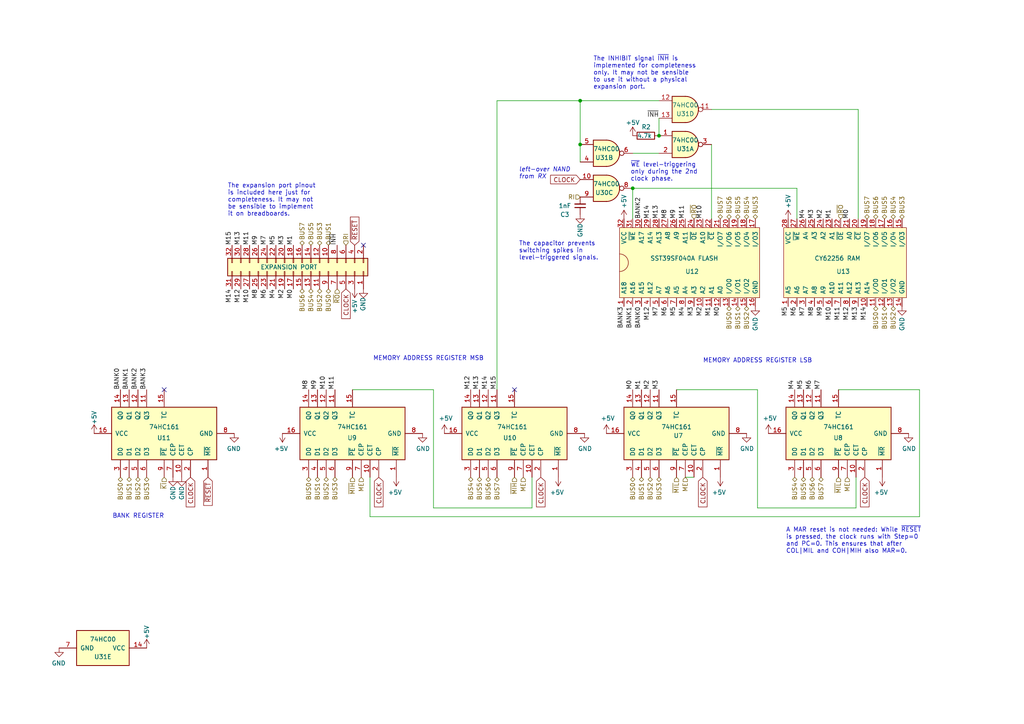
<source format=kicad_sch>
(kicad_sch (version 20211123) (generator eeschema)

  (uuid ac9d14d1-e008-45ac-b599-c8304f1fedd2)

  (paper "A4")

  (title_block
    (title "RAM, ROM and MAR")
    (date "2022-07-09")
    (rev "1.6")
    (comment 2 "creativecommons.org/licenses/by-nc-sa/3.0/deed.en")
    (comment 3 "License: CC BY-NC-SA 3.0")
    (comment 4 "Author: Carsten Herting (slu4)")
  )

  (lib_symbols
    (symbol "74xx:74HC00" (pin_names (offset 1.016)) (in_bom yes) (on_board yes)
      (property "Reference" "U" (id 0) (at 0 1.27 0)
        (effects (font (size 1.27 1.27)))
      )
      (property "Value" "74HC00" (id 1) (at 0 -1.27 0)
        (effects (font (size 1.27 1.27)))
      )
      (property "Footprint" "" (id 2) (at 0 0 0)
        (effects (font (size 1.27 1.27)) hide)
      )
      (property "Datasheet" "http://www.ti.com/lit/gpn/sn74hc00" (id 3) (at 0 0 0)
        (effects (font (size 1.27 1.27)) hide)
      )
      (property "ki_locked" "" (id 4) (at 0 0 0)
        (effects (font (size 1.27 1.27)))
      )
      (property "ki_keywords" "HCMOS nand 2-input" (id 5) (at 0 0 0)
        (effects (font (size 1.27 1.27)) hide)
      )
      (property "ki_description" "quad 2-input NAND gate" (id 6) (at 0 0 0)
        (effects (font (size 1.27 1.27)) hide)
      )
      (property "ki_fp_filters" "DIP*W7.62mm* SO14*" (id 7) (at 0 0 0)
        (effects (font (size 1.27 1.27)) hide)
      )
      (symbol "74HC00_1_1"
        (arc (start 0 -3.81) (mid 3.81 0) (end 0 3.81)
          (stroke (width 0.254) (type default) (color 0 0 0 0))
          (fill (type background))
        )
        (polyline
          (pts
            (xy 0 3.81)
            (xy -3.81 3.81)
            (xy -3.81 -3.81)
            (xy 0 -3.81)
          )
          (stroke (width 0.254) (type default) (color 0 0 0 0))
          (fill (type background))
        )
        (pin input line (at -7.62 2.54 0) (length 3.81)
          (name "~" (effects (font (size 1.27 1.27))))
          (number "1" (effects (font (size 1.27 1.27))))
        )
        (pin input line (at -7.62 -2.54 0) (length 3.81)
          (name "~" (effects (font (size 1.27 1.27))))
          (number "2" (effects (font (size 1.27 1.27))))
        )
        (pin output inverted (at 7.62 0 180) (length 3.81)
          (name "~" (effects (font (size 1.27 1.27))))
          (number "3" (effects (font (size 1.27 1.27))))
        )
      )
      (symbol "74HC00_1_2"
        (arc (start -3.81 -3.81) (mid -2.589 0) (end -3.81 3.81)
          (stroke (width 0.254) (type default) (color 0 0 0 0))
          (fill (type none))
        )
        (arc (start -0.6096 -3.81) (mid 2.1842 -2.5851) (end 3.81 0)
          (stroke (width 0.254) (type default) (color 0 0 0 0))
          (fill (type background))
        )
        (polyline
          (pts
            (xy -3.81 -3.81)
            (xy -0.635 -3.81)
          )
          (stroke (width 0.254) (type default) (color 0 0 0 0))
          (fill (type background))
        )
        (polyline
          (pts
            (xy -3.81 3.81)
            (xy -0.635 3.81)
          )
          (stroke (width 0.254) (type default) (color 0 0 0 0))
          (fill (type background))
        )
        (polyline
          (pts
            (xy -0.635 3.81)
            (xy -3.81 3.81)
            (xy -3.81 3.81)
            (xy -3.556 3.4036)
            (xy -3.0226 2.2606)
            (xy -2.6924 1.0414)
            (xy -2.6162 -0.254)
            (xy -2.7686 -1.4986)
            (xy -3.175 -2.7178)
            (xy -3.81 -3.81)
            (xy -3.81 -3.81)
            (xy -0.635 -3.81)
          )
          (stroke (width -25.4) (type default) (color 0 0 0 0))
          (fill (type background))
        )
        (arc (start 3.81 0) (mid 2.1915 2.5936) (end -0.6096 3.81)
          (stroke (width 0.254) (type default) (color 0 0 0 0))
          (fill (type background))
        )
        (pin input inverted (at -7.62 2.54 0) (length 4.318)
          (name "~" (effects (font (size 1.27 1.27))))
          (number "1" (effects (font (size 1.27 1.27))))
        )
        (pin input inverted (at -7.62 -2.54 0) (length 4.318)
          (name "~" (effects (font (size 1.27 1.27))))
          (number "2" (effects (font (size 1.27 1.27))))
        )
        (pin output line (at 7.62 0 180) (length 3.81)
          (name "~" (effects (font (size 1.27 1.27))))
          (number "3" (effects (font (size 1.27 1.27))))
        )
      )
      (symbol "74HC00_2_1"
        (arc (start 0 -3.81) (mid 3.81 0) (end 0 3.81)
          (stroke (width 0.254) (type default) (color 0 0 0 0))
          (fill (type background))
        )
        (polyline
          (pts
            (xy 0 3.81)
            (xy -3.81 3.81)
            (xy -3.81 -3.81)
            (xy 0 -3.81)
          )
          (stroke (width 0.254) (type default) (color 0 0 0 0))
          (fill (type background))
        )
        (pin input line (at -7.62 2.54 0) (length 3.81)
          (name "~" (effects (font (size 1.27 1.27))))
          (number "4" (effects (font (size 1.27 1.27))))
        )
        (pin input line (at -7.62 -2.54 0) (length 3.81)
          (name "~" (effects (font (size 1.27 1.27))))
          (number "5" (effects (font (size 1.27 1.27))))
        )
        (pin output inverted (at 7.62 0 180) (length 3.81)
          (name "~" (effects (font (size 1.27 1.27))))
          (number "6" (effects (font (size 1.27 1.27))))
        )
      )
      (symbol "74HC00_2_2"
        (arc (start -3.81 -3.81) (mid -2.589 0) (end -3.81 3.81)
          (stroke (width 0.254) (type default) (color 0 0 0 0))
          (fill (type none))
        )
        (arc (start -0.6096 -3.81) (mid 2.1842 -2.5851) (end 3.81 0)
          (stroke (width 0.254) (type default) (color 0 0 0 0))
          (fill (type background))
        )
        (polyline
          (pts
            (xy -3.81 -3.81)
            (xy -0.635 -3.81)
          )
          (stroke (width 0.254) (type default) (color 0 0 0 0))
          (fill (type background))
        )
        (polyline
          (pts
            (xy -3.81 3.81)
            (xy -0.635 3.81)
          )
          (stroke (width 0.254) (type default) (color 0 0 0 0))
          (fill (type background))
        )
        (polyline
          (pts
            (xy -0.635 3.81)
            (xy -3.81 3.81)
            (xy -3.81 3.81)
            (xy -3.556 3.4036)
            (xy -3.0226 2.2606)
            (xy -2.6924 1.0414)
            (xy -2.6162 -0.254)
            (xy -2.7686 -1.4986)
            (xy -3.175 -2.7178)
            (xy -3.81 -3.81)
            (xy -3.81 -3.81)
            (xy -0.635 -3.81)
          )
          (stroke (width -25.4) (type default) (color 0 0 0 0))
          (fill (type background))
        )
        (arc (start 3.81 0) (mid 2.1915 2.5936) (end -0.6096 3.81)
          (stroke (width 0.254) (type default) (color 0 0 0 0))
          (fill (type background))
        )
        (pin input inverted (at -7.62 2.54 0) (length 4.318)
          (name "~" (effects (font (size 1.27 1.27))))
          (number "4" (effects (font (size 1.27 1.27))))
        )
        (pin input inverted (at -7.62 -2.54 0) (length 4.318)
          (name "~" (effects (font (size 1.27 1.27))))
          (number "5" (effects (font (size 1.27 1.27))))
        )
        (pin output line (at 7.62 0 180) (length 3.81)
          (name "~" (effects (font (size 1.27 1.27))))
          (number "6" (effects (font (size 1.27 1.27))))
        )
      )
      (symbol "74HC00_3_1"
        (arc (start 0 -3.81) (mid 3.81 0) (end 0 3.81)
          (stroke (width 0.254) (type default) (color 0 0 0 0))
          (fill (type background))
        )
        (polyline
          (pts
            (xy 0 3.81)
            (xy -3.81 3.81)
            (xy -3.81 -3.81)
            (xy 0 -3.81)
          )
          (stroke (width 0.254) (type default) (color 0 0 0 0))
          (fill (type background))
        )
        (pin input line (at -7.62 -2.54 0) (length 3.81)
          (name "~" (effects (font (size 1.27 1.27))))
          (number "10" (effects (font (size 1.27 1.27))))
        )
        (pin output inverted (at 7.62 0 180) (length 3.81)
          (name "~" (effects (font (size 1.27 1.27))))
          (number "8" (effects (font (size 1.27 1.27))))
        )
        (pin input line (at -7.62 2.54 0) (length 3.81)
          (name "~" (effects (font (size 1.27 1.27))))
          (number "9" (effects (font (size 1.27 1.27))))
        )
      )
      (symbol "74HC00_3_2"
        (arc (start -3.81 -3.81) (mid -2.589 0) (end -3.81 3.81)
          (stroke (width 0.254) (type default) (color 0 0 0 0))
          (fill (type none))
        )
        (arc (start -0.6096 -3.81) (mid 2.1842 -2.5851) (end 3.81 0)
          (stroke (width 0.254) (type default) (color 0 0 0 0))
          (fill (type background))
        )
        (polyline
          (pts
            (xy -3.81 -3.81)
            (xy -0.635 -3.81)
          )
          (stroke (width 0.254) (type default) (color 0 0 0 0))
          (fill (type background))
        )
        (polyline
          (pts
            (xy -3.81 3.81)
            (xy -0.635 3.81)
          )
          (stroke (width 0.254) (type default) (color 0 0 0 0))
          (fill (type background))
        )
        (polyline
          (pts
            (xy -0.635 3.81)
            (xy -3.81 3.81)
            (xy -3.81 3.81)
            (xy -3.556 3.4036)
            (xy -3.0226 2.2606)
            (xy -2.6924 1.0414)
            (xy -2.6162 -0.254)
            (xy -2.7686 -1.4986)
            (xy -3.175 -2.7178)
            (xy -3.81 -3.81)
            (xy -3.81 -3.81)
            (xy -0.635 -3.81)
          )
          (stroke (width -25.4) (type default) (color 0 0 0 0))
          (fill (type background))
        )
        (arc (start 3.81 0) (mid 2.1915 2.5936) (end -0.6096 3.81)
          (stroke (width 0.254) (type default) (color 0 0 0 0))
          (fill (type background))
        )
        (pin input inverted (at -7.62 -2.54 0) (length 4.318)
          (name "~" (effects (font (size 1.27 1.27))))
          (number "10" (effects (font (size 1.27 1.27))))
        )
        (pin output line (at 7.62 0 180) (length 3.81)
          (name "~" (effects (font (size 1.27 1.27))))
          (number "8" (effects (font (size 1.27 1.27))))
        )
        (pin input inverted (at -7.62 2.54 0) (length 4.318)
          (name "~" (effects (font (size 1.27 1.27))))
          (number "9" (effects (font (size 1.27 1.27))))
        )
      )
      (symbol "74HC00_4_1"
        (arc (start 0 -3.81) (mid 3.81 0) (end 0 3.81)
          (stroke (width 0.254) (type default) (color 0 0 0 0))
          (fill (type background))
        )
        (polyline
          (pts
            (xy 0 3.81)
            (xy -3.81 3.81)
            (xy -3.81 -3.81)
            (xy 0 -3.81)
          )
          (stroke (width 0.254) (type default) (color 0 0 0 0))
          (fill (type background))
        )
        (pin output inverted (at 7.62 0 180) (length 3.81)
          (name "~" (effects (font (size 1.27 1.27))))
          (number "11" (effects (font (size 1.27 1.27))))
        )
        (pin input line (at -7.62 2.54 0) (length 3.81)
          (name "~" (effects (font (size 1.27 1.27))))
          (number "12" (effects (font (size 1.27 1.27))))
        )
        (pin input line (at -7.62 -2.54 0) (length 3.81)
          (name "~" (effects (font (size 1.27 1.27))))
          (number "13" (effects (font (size 1.27 1.27))))
        )
      )
      (symbol "74HC00_4_2"
        (arc (start -3.81 -3.81) (mid -2.589 0) (end -3.81 3.81)
          (stroke (width 0.254) (type default) (color 0 0 0 0))
          (fill (type none))
        )
        (arc (start -0.6096 -3.81) (mid 2.1842 -2.5851) (end 3.81 0)
          (stroke (width 0.254) (type default) (color 0 0 0 0))
          (fill (type background))
        )
        (polyline
          (pts
            (xy -3.81 -3.81)
            (xy -0.635 -3.81)
          )
          (stroke (width 0.254) (type default) (color 0 0 0 0))
          (fill (type background))
        )
        (polyline
          (pts
            (xy -3.81 3.81)
            (xy -0.635 3.81)
          )
          (stroke (width 0.254) (type default) (color 0 0 0 0))
          (fill (type background))
        )
        (polyline
          (pts
            (xy -0.635 3.81)
            (xy -3.81 3.81)
            (xy -3.81 3.81)
            (xy -3.556 3.4036)
            (xy -3.0226 2.2606)
            (xy -2.6924 1.0414)
            (xy -2.6162 -0.254)
            (xy -2.7686 -1.4986)
            (xy -3.175 -2.7178)
            (xy -3.81 -3.81)
            (xy -3.81 -3.81)
            (xy -0.635 -3.81)
          )
          (stroke (width -25.4) (type default) (color 0 0 0 0))
          (fill (type background))
        )
        (arc (start 3.81 0) (mid 2.1915 2.5936) (end -0.6096 3.81)
          (stroke (width 0.254) (type default) (color 0 0 0 0))
          (fill (type background))
        )
        (pin output line (at 7.62 0 180) (length 3.81)
          (name "~" (effects (font (size 1.27 1.27))))
          (number "11" (effects (font (size 1.27 1.27))))
        )
        (pin input inverted (at -7.62 2.54 0) (length 4.318)
          (name "~" (effects (font (size 1.27 1.27))))
          (number "12" (effects (font (size 1.27 1.27))))
        )
        (pin input inverted (at -7.62 -2.54 0) (length 4.318)
          (name "~" (effects (font (size 1.27 1.27))))
          (number "13" (effects (font (size 1.27 1.27))))
        )
      )
      (symbol "74HC00_5_0"
        (pin power_in line (at 0 12.7 270) (length 5.08)
          (name "VCC" (effects (font (size 1.27 1.27))))
          (number "14" (effects (font (size 1.27 1.27))))
        )
        (pin power_in line (at 0 -12.7 90) (length 5.08)
          (name "GND" (effects (font (size 1.27 1.27))))
          (number "7" (effects (font (size 1.27 1.27))))
        )
      )
      (symbol "74HC00_5_1"
        (rectangle (start -5.08 7.62) (end 5.08 -7.62)
          (stroke (width 0.254) (type default) (color 0 0 0 0))
          (fill (type background))
        )
      )
    )
    (symbol "8-Bit CPU 32k:74HC161" (pin_names (offset 1.016)) (in_bom yes) (on_board yes)
      (property "Reference" "U" (id 0) (at -7.62 16.51 0)
        (effects (font (size 1.27 1.27)))
      )
      (property "Value" "74HC161" (id 1) (at -7.62 -16.51 0)
        (effects (font (size 1.27 1.27)))
      )
      (property "Footprint" "" (id 2) (at 0 0 0)
        (effects (font (size 1.27 1.27)) hide)
      )
      (property "Datasheet" "http://www.ti.com/lit/gpn/sn74LS161" (id 3) (at 0 0 0)
        (effects (font (size 1.27 1.27)) hide)
      )
      (property "ki_locked" "" (id 4) (at 0 0 0)
        (effects (font (size 1.27 1.27)))
      )
      (property "ki_keywords" "TTL CNT CNT4" (id 5) (at 0 0 0)
        (effects (font (size 1.27 1.27)) hide)
      )
      (property "ki_description" "Synchronous 4-bit programmable binary Counter" (id 6) (at 0 0 0)
        (effects (font (size 1.27 1.27)) hide)
      )
      (property "ki_fp_filters" "DIP?16*" (id 7) (at 0 0 0)
        (effects (font (size 1.27 1.27)) hide)
      )
      (symbol "74HC161_1_0"
        (pin input line (at -12.7 -12.7 0) (length 5.08)
          (name "~{MR}" (effects (font (size 1.27 1.27))))
          (number "1" (effects (font (size 1.27 1.27))))
        )
        (pin input line (at -12.7 -5.08 0) (length 5.08)
          (name "CET" (effects (font (size 1.27 1.27))))
          (number "10" (effects (font (size 1.27 1.27))))
        )
        (pin output line (at 12.7 5.08 180) (length 5.08)
          (name "Q3" (effects (font (size 1.27 1.27))))
          (number "11" (effects (font (size 1.27 1.27))))
        )
        (pin output line (at 12.7 7.62 180) (length 5.08)
          (name "Q2" (effects (font (size 1.27 1.27))))
          (number "12" (effects (font (size 1.27 1.27))))
        )
        (pin output line (at 12.7 10.16 180) (length 5.08)
          (name "Q1" (effects (font (size 1.27 1.27))))
          (number "13" (effects (font (size 1.27 1.27))))
        )
        (pin output line (at 12.7 12.7 180) (length 5.08)
          (name "Q0" (effects (font (size 1.27 1.27))))
          (number "14" (effects (font (size 1.27 1.27))))
        )
        (pin output line (at 12.7 0 180) (length 5.08)
          (name "TC" (effects (font (size 1.27 1.27))))
          (number "15" (effects (font (size 1.27 1.27))))
        )
        (pin power_in line (at 0 20.32 270) (length 5.08)
          (name "VCC" (effects (font (size 1.27 1.27))))
          (number "16" (effects (font (size 1.27 1.27))))
        )
        (pin input line (at -12.7 -7.62 0) (length 5.08)
          (name "CP" (effects (font (size 1.27 1.27))))
          (number "2" (effects (font (size 1.27 1.27))))
        )
        (pin input line (at -12.7 12.7 0) (length 5.08)
          (name "D0" (effects (font (size 1.27 1.27))))
          (number "3" (effects (font (size 1.27 1.27))))
        )
        (pin input line (at -12.7 10.16 0) (length 5.08)
          (name "D1" (effects (font (size 1.27 1.27))))
          (number "4" (effects (font (size 1.27 1.27))))
        )
        (pin input line (at -12.7 7.62 0) (length 5.08)
          (name "D2" (effects (font (size 1.27 1.27))))
          (number "5" (effects (font (size 1.27 1.27))))
        )
        (pin input line (at -12.7 5.08 0) (length 5.08)
          (name "D3" (effects (font (size 1.27 1.27))))
          (number "6" (effects (font (size 1.27 1.27))))
        )
        (pin input line (at -12.7 -2.54 0) (length 5.08)
          (name "CEP" (effects (font (size 1.27 1.27))))
          (number "7" (effects (font (size 1.27 1.27))))
        )
        (pin power_in line (at 0 -20.32 90) (length 5.08)
          (name "GND" (effects (font (size 1.27 1.27))))
          (number "8" (effects (font (size 1.27 1.27))))
        )
        (pin input line (at -12.7 0 0) (length 5.08)
          (name "~{PE}" (effects (font (size 1.27 1.27))))
          (number "9" (effects (font (size 1.27 1.27))))
        )
      )
      (symbol "74HC161_1_1"
        (rectangle (start -7.62 15.24) (end 7.62 -15.24)
          (stroke (width 0.254) (type default) (color 0 0 0 0))
          (fill (type background))
        )
      )
    )
    (symbol "8-Bit CPU 32k:CY62256" (pin_names (offset 1.016)) (in_bom yes) (on_board yes)
      (property "Reference" "U" (id 0) (at -8.89 20.32 0)
        (effects (font (size 1.27 1.27)))
      )
      (property "Value" "CY62256" (id 1) (at 5.08 -17.78 0)
        (effects (font (size 1.27 1.27)))
      )
      (property "Footprint" "" (id 2) (at 0 0 0)
        (effects (font (size 1.27 1.27)) hide)
      )
      (property "Datasheet" "" (id 3) (at 0 0 0)
        (effects (font (size 1.27 1.27)) hide)
      )
      (symbol "CY62256_0_1"
        (rectangle (start -10.16 19.05) (end 10.16 -16.51)
          (stroke (width 0) (type default) (color 0 0 0 0))
          (fill (type background))
        )
      )
      (symbol "CY62256_1_1"
        (pin input line (at -12.7 17.78 0) (length 2.54)
          (name "A5" (effects (font (size 1.27 1.27))))
          (number "1" (effects (font (size 1.27 1.27))))
        )
        (pin input line (at -12.7 -5.08 0) (length 2.54)
          (name "A14" (effects (font (size 1.27 1.27))))
          (number "10" (effects (font (size 1.27 1.27))))
        )
        (pin bidirectional line (at -12.7 -7.62 0) (length 2.54)
          (name "I/O0" (effects (font (size 1.27 1.27))))
          (number "11" (effects (font (size 1.27 1.27))))
        )
        (pin bidirectional line (at -12.7 -10.16 0) (length 2.54)
          (name "I/O1" (effects (font (size 1.27 1.27))))
          (number "12" (effects (font (size 1.27 1.27))))
        )
        (pin bidirectional line (at -12.7 -12.7 0) (length 2.54)
          (name "I/O2" (effects (font (size 1.27 1.27))))
          (number "13" (effects (font (size 1.27 1.27))))
        )
        (pin power_in line (at -12.7 -15.24 0) (length 2.54)
          (name "GND" (effects (font (size 1.27 1.27))))
          (number "14" (effects (font (size 1.27 1.27))))
        )
        (pin bidirectional line (at 12.7 -15.24 180) (length 2.54)
          (name "I/O3" (effects (font (size 1.27 1.27))))
          (number "15" (effects (font (size 1.27 1.27))))
        )
        (pin bidirectional line (at 12.7 -12.7 180) (length 2.54)
          (name "I/O4" (effects (font (size 1.27 1.27))))
          (number "16" (effects (font (size 1.27 1.27))))
        )
        (pin bidirectional line (at 12.7 -10.16 180) (length 2.54)
          (name "I/O5" (effects (font (size 1.27 1.27))))
          (number "17" (effects (font (size 1.27 1.27))))
        )
        (pin bidirectional line (at 12.7 -7.62 180) (length 2.54)
          (name "I/O6" (effects (font (size 1.27 1.27))))
          (number "18" (effects (font (size 1.27 1.27))))
        )
        (pin bidirectional line (at 12.7 -5.08 180) (length 2.54)
          (name "I/O7" (effects (font (size 1.27 1.27))))
          (number "19" (effects (font (size 1.27 1.27))))
        )
        (pin input line (at -12.7 15.24 0) (length 2.54)
          (name "A6" (effects (font (size 1.27 1.27))))
          (number "2" (effects (font (size 1.27 1.27))))
        )
        (pin input line (at 12.7 -2.54 180) (length 2.54)
          (name "~{CE}" (effects (font (size 1.27 1.27))))
          (number "20" (effects (font (size 1.27 1.27))))
        )
        (pin input line (at 12.7 0 180) (length 2.54)
          (name "A0" (effects (font (size 1.27 1.27))))
          (number "21" (effects (font (size 1.27 1.27))))
        )
        (pin input line (at 12.7 2.54 180) (length 2.54)
          (name "~{OE}" (effects (font (size 1.27 1.27))))
          (number "22" (effects (font (size 1.27 1.27))))
        )
        (pin input line (at 12.7 5.08 180) (length 2.54)
          (name "A1" (effects (font (size 1.27 1.27))))
          (number "23" (effects (font (size 1.27 1.27))))
        )
        (pin input line (at 12.7 7.62 180) (length 2.54)
          (name "A2" (effects (font (size 1.27 1.27))))
          (number "24" (effects (font (size 1.27 1.27))))
        )
        (pin input line (at 12.7 10.16 180) (length 2.54)
          (name "A3" (effects (font (size 1.27 1.27))))
          (number "25" (effects (font (size 1.27 1.27))))
        )
        (pin input line (at 12.7 12.7 180) (length 2.54)
          (name "A4" (effects (font (size 1.27 1.27))))
          (number "26" (effects (font (size 1.27 1.27))))
        )
        (pin input line (at 12.7 15.24 180) (length 2.54)
          (name "~{WE}" (effects (font (size 1.27 1.27))))
          (number "27" (effects (font (size 1.27 1.27))))
        )
        (pin power_in line (at 12.7 17.78 180) (length 2.54)
          (name "VCC" (effects (font (size 1.27 1.27))))
          (number "28" (effects (font (size 1.27 1.27))))
        )
        (pin input line (at -12.7 12.7 0) (length 2.54)
          (name "A7" (effects (font (size 1.27 1.27))))
          (number "3" (effects (font (size 1.27 1.27))))
        )
        (pin input line (at -12.7 10.16 0) (length 2.54)
          (name "A8" (effects (font (size 1.27 1.27))))
          (number "4" (effects (font (size 1.27 1.27))))
        )
        (pin input line (at -12.7 7.62 0) (length 2.54)
          (name "A9" (effects (font (size 1.27 1.27))))
          (number "5" (effects (font (size 1.27 1.27))))
        )
        (pin input line (at -12.7 5.08 0) (length 2.54)
          (name "A10" (effects (font (size 1.27 1.27))))
          (number "6" (effects (font (size 1.27 1.27))))
        )
        (pin input line (at -12.7 2.54 0) (length 2.54)
          (name "A11" (effects (font (size 1.27 1.27))))
          (number "7" (effects (font (size 1.27 1.27))))
        )
        (pin input line (at -12.7 0 0) (length 2.54)
          (name "A12" (effects (font (size 1.27 1.27))))
          (number "8" (effects (font (size 1.27 1.27))))
        )
        (pin input line (at -12.7 -2.54 0) (length 2.54)
          (name "A13" (effects (font (size 1.27 1.27))))
          (number "9" (effects (font (size 1.27 1.27))))
        )
      )
    )
    (symbol "8-Bit CPU 32k:SST39SF040A" (pin_names (offset 1.016)) (in_bom yes) (on_board yes)
      (property "Reference" "U" (id 0) (at -1.27 2.54 90)
        (effects (font (size 1.27 1.27)))
      )
      (property "Value" "SST39SF040A" (id 1) (at 2.54 2.54 90)
        (effects (font (size 1.27 1.27)))
      )
      (property "Footprint" "" (id 2) (at 0 0 0)
        (effects (font (size 1.27 1.27)) hide)
      )
      (property "Datasheet" "" (id 3) (at 0 0 0)
        (effects (font (size 1.27 1.27)) hide)
      )
      (symbol "SST39SF040A_0_1"
        (rectangle (start -10.16 24.13) (end 10.16 -16.51)
          (stroke (width 0) (type default) (color 0 0 0 0))
          (fill (type background))
        )
        (arc (start -2.54 24.13) (mid 0 21.59) (end 2.54 24.13)
          (stroke (width 0) (type default) (color 0 0 0 0))
          (fill (type none))
        )
      )
      (symbol "SST39SF040A_1_1"
        (pin input line (at -12.7 22.86 0) (length 2.54)
          (name "A18" (effects (font (size 1.27 1.27))))
          (number "1" (effects (font (size 1.27 1.27))))
        )
        (pin input line (at -12.7 0 0) (length 2.54)
          (name "A2" (effects (font (size 1.27 1.27))))
          (number "10" (effects (font (size 1.27 1.27))))
        )
        (pin input line (at -12.7 -2.54 0) (length 2.54)
          (name "A1" (effects (font (size 1.27 1.27))))
          (number "11" (effects (font (size 1.27 1.27))))
        )
        (pin input line (at -12.7 -5.08 0) (length 2.54)
          (name "A0" (effects (font (size 1.27 1.27))))
          (number "12" (effects (font (size 1.27 1.27))))
        )
        (pin bidirectional line (at -12.7 -7.62 0) (length 2.54)
          (name "I/O0" (effects (font (size 1.27 1.27))))
          (number "13" (effects (font (size 1.27 1.27))))
        )
        (pin bidirectional line (at -12.7 -10.16 0) (length 2.54)
          (name "I/O1" (effects (font (size 1.27 1.27))))
          (number "14" (effects (font (size 1.27 1.27))))
        )
        (pin bidirectional line (at -12.7 -12.7 0) (length 2.54)
          (name "I/O2" (effects (font (size 1.27 1.27))))
          (number "15" (effects (font (size 1.27 1.27))))
        )
        (pin power_in line (at -12.7 -15.24 0) (length 2.54)
          (name "GND" (effects (font (size 1.27 1.27))))
          (number "16" (effects (font (size 1.27 1.27))))
        )
        (pin bidirectional line (at 12.7 -15.24 180) (length 2.54)
          (name "I/O3" (effects (font (size 1.27 1.27))))
          (number "17" (effects (font (size 1.27 1.27))))
        )
        (pin bidirectional line (at 12.7 -12.7 180) (length 2.54)
          (name "I/O4" (effects (font (size 1.27 1.27))))
          (number "18" (effects (font (size 1.27 1.27))))
        )
        (pin bidirectional line (at 12.7 -10.16 180) (length 2.54)
          (name "I/O5" (effects (font (size 1.27 1.27))))
          (number "19" (effects (font (size 1.27 1.27))))
        )
        (pin input line (at -12.7 20.32 0) (length 2.54)
          (name "A16" (effects (font (size 1.27 1.27))))
          (number "2" (effects (font (size 1.27 1.27))))
        )
        (pin bidirectional line (at 12.7 -7.62 180) (length 2.54)
          (name "I/O6" (effects (font (size 1.27 1.27))))
          (number "20" (effects (font (size 1.27 1.27))))
        )
        (pin bidirectional line (at 12.7 -5.08 180) (length 2.54)
          (name "I/O7" (effects (font (size 1.27 1.27))))
          (number "21" (effects (font (size 1.27 1.27))))
        )
        (pin input line (at 12.7 -2.54 180) (length 2.54)
          (name "~{CE}" (effects (font (size 1.27 1.27))))
          (number "22" (effects (font (size 1.27 1.27))))
        )
        (pin input line (at 12.7 0 180) (length 2.54)
          (name "A10" (effects (font (size 1.27 1.27))))
          (number "23" (effects (font (size 1.27 1.27))))
        )
        (pin input line (at 12.7 2.54 180) (length 2.54)
          (name "~{OE}" (effects (font (size 1.27 1.27))))
          (number "24" (effects (font (size 1.27 1.27))))
        )
        (pin input line (at 12.7 5.08 180) (length 2.54)
          (name "A11" (effects (font (size 1.27 1.27))))
          (number "25" (effects (font (size 1.27 1.27))))
        )
        (pin input line (at 12.7 7.62 180) (length 2.54)
          (name "A9" (effects (font (size 1.27 1.27))))
          (number "26" (effects (font (size 1.27 1.27))))
        )
        (pin input line (at 12.7 10.16 180) (length 2.54)
          (name "A8" (effects (font (size 1.27 1.27))))
          (number "27" (effects (font (size 1.27 1.27))))
        )
        (pin input line (at 12.7 12.7 180) (length 2.54)
          (name "A13" (effects (font (size 1.27 1.27))))
          (number "28" (effects (font (size 1.27 1.27))))
        )
        (pin input line (at 12.7 15.24 180) (length 2.54)
          (name "A14" (effects (font (size 1.27 1.27))))
          (number "29" (effects (font (size 1.27 1.27))))
        )
        (pin input line (at -12.7 17.78 0) (length 2.54)
          (name "A15" (effects (font (size 1.27 1.27))))
          (number "3" (effects (font (size 1.27 1.27))))
        )
        (pin input line (at 12.7 17.78 180) (length 2.54)
          (name "A17" (effects (font (size 1.27 1.27))))
          (number "30" (effects (font (size 1.27 1.27))))
        )
        (pin input line (at 12.7 20.32 180) (length 2.54)
          (name "~{WE}" (effects (font (size 1.27 1.27))))
          (number "31" (effects (font (size 1.27 1.27))))
        )
        (pin power_in line (at 12.7 22.86 180) (length 2.54)
          (name "VCC" (effects (font (size 1.27 1.27))))
          (number "32" (effects (font (size 1.27 1.27))))
        )
        (pin input line (at -12.7 15.24 0) (length 2.54)
          (name "A12" (effects (font (size 1.27 1.27))))
          (number "4" (effects (font (size 1.27 1.27))))
        )
        (pin input line (at -12.7 12.7 0) (length 2.54)
          (name "A7" (effects (font (size 1.27 1.27))))
          (number "5" (effects (font (size 1.27 1.27))))
        )
        (pin input line (at -12.7 10.16 0) (length 2.54)
          (name "A6" (effects (font (size 1.27 1.27))))
          (number "6" (effects (font (size 1.27 1.27))))
        )
        (pin input line (at -12.7 7.62 0) (length 2.54)
          (name "A5" (effects (font (size 1.27 1.27))))
          (number "7" (effects (font (size 1.27 1.27))))
        )
        (pin input line (at -12.7 5.08 0) (length 2.54)
          (name "A4" (effects (font (size 1.27 1.27))))
          (number "8" (effects (font (size 1.27 1.27))))
        )
        (pin input line (at -12.7 2.54 0) (length 2.54)
          (name "A3" (effects (font (size 1.27 1.27))))
          (number "9" (effects (font (size 1.27 1.27))))
        )
      )
    )
    (symbol "Connector_Generic:Conn_02x16_Odd_Even" (pin_names (offset 1.016) hide) (in_bom yes) (on_board yes)
      (property "Reference" "J" (id 0) (at 1.27 20.32 0)
        (effects (font (size 1.27 1.27)))
      )
      (property "Value" "Conn_02x16_Odd_Even" (id 1) (at 1.27 -22.86 0)
        (effects (font (size 1.27 1.27)))
      )
      (property "Footprint" "" (id 2) (at 0 0 0)
        (effects (font (size 1.27 1.27)) hide)
      )
      (property "Datasheet" "~" (id 3) (at 0 0 0)
        (effects (font (size 1.27 1.27)) hide)
      )
      (property "ki_keywords" "connector" (id 4) (at 0 0 0)
        (effects (font (size 1.27 1.27)) hide)
      )
      (property "ki_description" "Generic connector, double row, 02x16, odd/even pin numbering scheme (row 1 odd numbers, row 2 even numbers), script generated (kicad-library-utils/schlib/autogen/connector/)" (id 5) (at 0 0 0)
        (effects (font (size 1.27 1.27)) hide)
      )
      (property "ki_fp_filters" "Connector*:*_2x??_*" (id 6) (at 0 0 0)
        (effects (font (size 1.27 1.27)) hide)
      )
      (symbol "Conn_02x16_Odd_Even_1_1"
        (rectangle (start -1.27 -20.193) (end 0 -20.447)
          (stroke (width 0.1524) (type default) (color 0 0 0 0))
          (fill (type none))
        )
        (rectangle (start -1.27 -17.653) (end 0 -17.907)
          (stroke (width 0.1524) (type default) (color 0 0 0 0))
          (fill (type none))
        )
        (rectangle (start -1.27 -15.113) (end 0 -15.367)
          (stroke (width 0.1524) (type default) (color 0 0 0 0))
          (fill (type none))
        )
        (rectangle (start -1.27 -12.573) (end 0 -12.827)
          (stroke (width 0.1524) (type default) (color 0 0 0 0))
          (fill (type none))
        )
        (rectangle (start -1.27 -10.033) (end 0 -10.287)
          (stroke (width 0.1524) (type default) (color 0 0 0 0))
          (fill (type none))
        )
        (rectangle (start -1.27 -7.493) (end 0 -7.747)
          (stroke (width 0.1524) (type default) (color 0 0 0 0))
          (fill (type none))
        )
        (rectangle (start -1.27 -4.953) (end 0 -5.207)
          (stroke (width 0.1524) (type default) (color 0 0 0 0))
          (fill (type none))
        )
        (rectangle (start -1.27 -2.413) (end 0 -2.667)
          (stroke (width 0.1524) (type default) (color 0 0 0 0))
          (fill (type none))
        )
        (rectangle (start -1.27 0.127) (end 0 -0.127)
          (stroke (width 0.1524) (type default) (color 0 0 0 0))
          (fill (type none))
        )
        (rectangle (start -1.27 2.667) (end 0 2.413)
          (stroke (width 0.1524) (type default) (color 0 0 0 0))
          (fill (type none))
        )
        (rectangle (start -1.27 5.207) (end 0 4.953)
          (stroke (width 0.1524) (type default) (color 0 0 0 0))
          (fill (type none))
        )
        (rectangle (start -1.27 7.747) (end 0 7.493)
          (stroke (width 0.1524) (type default) (color 0 0 0 0))
          (fill (type none))
        )
        (rectangle (start -1.27 10.287) (end 0 10.033)
          (stroke (width 0.1524) (type default) (color 0 0 0 0))
          (fill (type none))
        )
        (rectangle (start -1.27 12.827) (end 0 12.573)
          (stroke (width 0.1524) (type default) (color 0 0 0 0))
          (fill (type none))
        )
        (rectangle (start -1.27 15.367) (end 0 15.113)
          (stroke (width 0.1524) (type default) (color 0 0 0 0))
          (fill (type none))
        )
        (rectangle (start -1.27 17.907) (end 0 17.653)
          (stroke (width 0.1524) (type default) (color 0 0 0 0))
          (fill (type none))
        )
        (rectangle (start -1.27 19.05) (end 3.81 -21.59)
          (stroke (width 0.254) (type default) (color 0 0 0 0))
          (fill (type background))
        )
        (rectangle (start 3.81 -20.193) (end 2.54 -20.447)
          (stroke (width 0.1524) (type default) (color 0 0 0 0))
          (fill (type none))
        )
        (rectangle (start 3.81 -17.653) (end 2.54 -17.907)
          (stroke (width 0.1524) (type default) (color 0 0 0 0))
          (fill (type none))
        )
        (rectangle (start 3.81 -15.113) (end 2.54 -15.367)
          (stroke (width 0.1524) (type default) (color 0 0 0 0))
          (fill (type none))
        )
        (rectangle (start 3.81 -12.573) (end 2.54 -12.827)
          (stroke (width 0.1524) (type default) (color 0 0 0 0))
          (fill (type none))
        )
        (rectangle (start 3.81 -10.033) (end 2.54 -10.287)
          (stroke (width 0.1524) (type default) (color 0 0 0 0))
          (fill (type none))
        )
        (rectangle (start 3.81 -7.493) (end 2.54 -7.747)
          (stroke (width 0.1524) (type default) (color 0 0 0 0))
          (fill (type none))
        )
        (rectangle (start 3.81 -4.953) (end 2.54 -5.207)
          (stroke (width 0.1524) (type default) (color 0 0 0 0))
          (fill (type none))
        )
        (rectangle (start 3.81 -2.413) (end 2.54 -2.667)
          (stroke (width 0.1524) (type default) (color 0 0 0 0))
          (fill (type none))
        )
        (rectangle (start 3.81 0.127) (end 2.54 -0.127)
          (stroke (width 0.1524) (type default) (color 0 0 0 0))
          (fill (type none))
        )
        (rectangle (start 3.81 2.667) (end 2.54 2.413)
          (stroke (width 0.1524) (type default) (color 0 0 0 0))
          (fill (type none))
        )
        (rectangle (start 3.81 5.207) (end 2.54 4.953)
          (stroke (width 0.1524) (type default) (color 0 0 0 0))
          (fill (type none))
        )
        (rectangle (start 3.81 7.747) (end 2.54 7.493)
          (stroke (width 0.1524) (type default) (color 0 0 0 0))
          (fill (type none))
        )
        (rectangle (start 3.81 10.287) (end 2.54 10.033)
          (stroke (width 0.1524) (type default) (color 0 0 0 0))
          (fill (type none))
        )
        (rectangle (start 3.81 12.827) (end 2.54 12.573)
          (stroke (width 0.1524) (type default) (color 0 0 0 0))
          (fill (type none))
        )
        (rectangle (start 3.81 15.367) (end 2.54 15.113)
          (stroke (width 0.1524) (type default) (color 0 0 0 0))
          (fill (type none))
        )
        (rectangle (start 3.81 17.907) (end 2.54 17.653)
          (stroke (width 0.1524) (type default) (color 0 0 0 0))
          (fill (type none))
        )
        (pin passive line (at -5.08 17.78 0) (length 3.81)
          (name "Pin_1" (effects (font (size 1.27 1.27))))
          (number "1" (effects (font (size 1.27 1.27))))
        )
        (pin passive line (at 7.62 7.62 180) (length 3.81)
          (name "Pin_10" (effects (font (size 1.27 1.27))))
          (number "10" (effects (font (size 1.27 1.27))))
        )
        (pin passive line (at -5.08 5.08 0) (length 3.81)
          (name "Pin_11" (effects (font (size 1.27 1.27))))
          (number "11" (effects (font (size 1.27 1.27))))
        )
        (pin passive line (at 7.62 5.08 180) (length 3.81)
          (name "Pin_12" (effects (font (size 1.27 1.27))))
          (number "12" (effects (font (size 1.27 1.27))))
        )
        (pin passive line (at -5.08 2.54 0) (length 3.81)
          (name "Pin_13" (effects (font (size 1.27 1.27))))
          (number "13" (effects (font (size 1.27 1.27))))
        )
        (pin passive line (at 7.62 2.54 180) (length 3.81)
          (name "Pin_14" (effects (font (size 1.27 1.27))))
          (number "14" (effects (font (size 1.27 1.27))))
        )
        (pin passive line (at -5.08 0 0) (length 3.81)
          (name "Pin_15" (effects (font (size 1.27 1.27))))
          (number "15" (effects (font (size 1.27 1.27))))
        )
        (pin passive line (at 7.62 0 180) (length 3.81)
          (name "Pin_16" (effects (font (size 1.27 1.27))))
          (number "16" (effects (font (size 1.27 1.27))))
        )
        (pin passive line (at -5.08 -2.54 0) (length 3.81)
          (name "Pin_17" (effects (font (size 1.27 1.27))))
          (number "17" (effects (font (size 1.27 1.27))))
        )
        (pin passive line (at 7.62 -2.54 180) (length 3.81)
          (name "Pin_18" (effects (font (size 1.27 1.27))))
          (number "18" (effects (font (size 1.27 1.27))))
        )
        (pin passive line (at -5.08 -5.08 0) (length 3.81)
          (name "Pin_19" (effects (font (size 1.27 1.27))))
          (number "19" (effects (font (size 1.27 1.27))))
        )
        (pin passive line (at 7.62 17.78 180) (length 3.81)
          (name "Pin_2" (effects (font (size 1.27 1.27))))
          (number "2" (effects (font (size 1.27 1.27))))
        )
        (pin passive line (at 7.62 -5.08 180) (length 3.81)
          (name "Pin_20" (effects (font (size 1.27 1.27))))
          (number "20" (effects (font (size 1.27 1.27))))
        )
        (pin passive line (at -5.08 -7.62 0) (length 3.81)
          (name "Pin_21" (effects (font (size 1.27 1.27))))
          (number "21" (effects (font (size 1.27 1.27))))
        )
        (pin passive line (at 7.62 -7.62 180) (length 3.81)
          (name "Pin_22" (effects (font (size 1.27 1.27))))
          (number "22" (effects (font (size 1.27 1.27))))
        )
        (pin passive line (at -5.08 -10.16 0) (length 3.81)
          (name "Pin_23" (effects (font (size 1.27 1.27))))
          (number "23" (effects (font (size 1.27 1.27))))
        )
        (pin passive line (at 7.62 -10.16 180) (length 3.81)
          (name "Pin_24" (effects (font (size 1.27 1.27))))
          (number "24" (effects (font (size 1.27 1.27))))
        )
        (pin passive line (at -5.08 -12.7 0) (length 3.81)
          (name "Pin_25" (effects (font (size 1.27 1.27))))
          (number "25" (effects (font (size 1.27 1.27))))
        )
        (pin passive line (at 7.62 -12.7 180) (length 3.81)
          (name "Pin_26" (effects (font (size 1.27 1.27))))
          (number "26" (effects (font (size 1.27 1.27))))
        )
        (pin passive line (at -5.08 -15.24 0) (length 3.81)
          (name "Pin_27" (effects (font (size 1.27 1.27))))
          (number "27" (effects (font (size 1.27 1.27))))
        )
        (pin passive line (at 7.62 -15.24 180) (length 3.81)
          (name "Pin_28" (effects (font (size 1.27 1.27))))
          (number "28" (effects (font (size 1.27 1.27))))
        )
        (pin passive line (at -5.08 -17.78 0) (length 3.81)
          (name "Pin_29" (effects (font (size 1.27 1.27))))
          (number "29" (effects (font (size 1.27 1.27))))
        )
        (pin passive line (at -5.08 15.24 0) (length 3.81)
          (name "Pin_3" (effects (font (size 1.27 1.27))))
          (number "3" (effects (font (size 1.27 1.27))))
        )
        (pin passive line (at 7.62 -17.78 180) (length 3.81)
          (name "Pin_30" (effects (font (size 1.27 1.27))))
          (number "30" (effects (font (size 1.27 1.27))))
        )
        (pin passive line (at -5.08 -20.32 0) (length 3.81)
          (name "Pin_31" (effects (font (size 1.27 1.27))))
          (number "31" (effects (font (size 1.27 1.27))))
        )
        (pin passive line (at 7.62 -20.32 180) (length 3.81)
          (name "Pin_32" (effects (font (size 1.27 1.27))))
          (number "32" (effects (font (size 1.27 1.27))))
        )
        (pin passive line (at 7.62 15.24 180) (length 3.81)
          (name "Pin_4" (effects (font (size 1.27 1.27))))
          (number "4" (effects (font (size 1.27 1.27))))
        )
        (pin passive line (at -5.08 12.7 0) (length 3.81)
          (name "Pin_5" (effects (font (size 1.27 1.27))))
          (number "5" (effects (font (size 1.27 1.27))))
        )
        (pin passive line (at 7.62 12.7 180) (length 3.81)
          (name "Pin_6" (effects (font (size 1.27 1.27))))
          (number "6" (effects (font (size 1.27 1.27))))
        )
        (pin passive line (at -5.08 10.16 0) (length 3.81)
          (name "Pin_7" (effects (font (size 1.27 1.27))))
          (number "7" (effects (font (size 1.27 1.27))))
        )
        (pin passive line (at 7.62 10.16 180) (length 3.81)
          (name "Pin_8" (effects (font (size 1.27 1.27))))
          (number "8" (effects (font (size 1.27 1.27))))
        )
        (pin passive line (at -5.08 7.62 0) (length 3.81)
          (name "Pin_9" (effects (font (size 1.27 1.27))))
          (number "9" (effects (font (size 1.27 1.27))))
        )
      )
    )
    (symbol "Device:C_Small" (pin_numbers hide) (pin_names (offset 0.254) hide) (in_bom yes) (on_board yes)
      (property "Reference" "C" (id 0) (at 0.254 1.778 0)
        (effects (font (size 1.27 1.27)) (justify left))
      )
      (property "Value" "C_Small" (id 1) (at 0.254 -2.032 0)
        (effects (font (size 1.27 1.27)) (justify left))
      )
      (property "Footprint" "" (id 2) (at 0 0 0)
        (effects (font (size 1.27 1.27)) hide)
      )
      (property "Datasheet" "~" (id 3) (at 0 0 0)
        (effects (font (size 1.27 1.27)) hide)
      )
      (property "ki_keywords" "capacitor cap" (id 4) (at 0 0 0)
        (effects (font (size 1.27 1.27)) hide)
      )
      (property "ki_description" "Unpolarized capacitor, small symbol" (id 5) (at 0 0 0)
        (effects (font (size 1.27 1.27)) hide)
      )
      (property "ki_fp_filters" "C_*" (id 6) (at 0 0 0)
        (effects (font (size 1.27 1.27)) hide)
      )
      (symbol "C_Small_0_1"
        (polyline
          (pts
            (xy -1.524 -0.508)
            (xy 1.524 -0.508)
          )
          (stroke (width 0.3302) (type default) (color 0 0 0 0))
          (fill (type none))
        )
        (polyline
          (pts
            (xy -1.524 0.508)
            (xy 1.524 0.508)
          )
          (stroke (width 0.3048) (type default) (color 0 0 0 0))
          (fill (type none))
        )
      )
      (symbol "C_Small_1_1"
        (pin passive line (at 0 2.54 270) (length 2.032)
          (name "~" (effects (font (size 1.27 1.27))))
          (number "1" (effects (font (size 1.27 1.27))))
        )
        (pin passive line (at 0 -2.54 90) (length 2.032)
          (name "~" (effects (font (size 1.27 1.27))))
          (number "2" (effects (font (size 1.27 1.27))))
        )
      )
    )
    (symbol "Device:R" (pin_numbers hide) (pin_names (offset 0)) (in_bom yes) (on_board yes)
      (property "Reference" "R" (id 0) (at 2.032 0 90)
        (effects (font (size 1.27 1.27)))
      )
      (property "Value" "R" (id 1) (at 0 0 90)
        (effects (font (size 1.27 1.27)))
      )
      (property "Footprint" "" (id 2) (at -1.778 0 90)
        (effects (font (size 1.27 1.27)) hide)
      )
      (property "Datasheet" "~" (id 3) (at 0 0 0)
        (effects (font (size 1.27 1.27)) hide)
      )
      (property "ki_keywords" "R res resistor" (id 4) (at 0 0 0)
        (effects (font (size 1.27 1.27)) hide)
      )
      (property "ki_description" "Resistor" (id 5) (at 0 0 0)
        (effects (font (size 1.27 1.27)) hide)
      )
      (property "ki_fp_filters" "R_*" (id 6) (at 0 0 0)
        (effects (font (size 1.27 1.27)) hide)
      )
      (symbol "R_0_1"
        (rectangle (start -1.016 -2.54) (end 1.016 2.54)
          (stroke (width 0.254) (type default) (color 0 0 0 0))
          (fill (type none))
        )
      )
      (symbol "R_1_1"
        (pin passive line (at 0 3.81 270) (length 1.27)
          (name "~" (effects (font (size 1.27 1.27))))
          (number "1" (effects (font (size 1.27 1.27))))
        )
        (pin passive line (at 0 -3.81 90) (length 1.27)
          (name "~" (effects (font (size 1.27 1.27))))
          (number "2" (effects (font (size 1.27 1.27))))
        )
      )
    )
    (symbol "power:+5V" (power) (pin_names (offset 0)) (in_bom yes) (on_board yes)
      (property "Reference" "#PWR" (id 0) (at 0 -3.81 0)
        (effects (font (size 1.27 1.27)) hide)
      )
      (property "Value" "+5V" (id 1) (at 0 3.556 0)
        (effects (font (size 1.27 1.27)))
      )
      (property "Footprint" "" (id 2) (at 0 0 0)
        (effects (font (size 1.27 1.27)) hide)
      )
      (property "Datasheet" "" (id 3) (at 0 0 0)
        (effects (font (size 1.27 1.27)) hide)
      )
      (property "ki_keywords" "power-flag" (id 4) (at 0 0 0)
        (effects (font (size 1.27 1.27)) hide)
      )
      (property "ki_description" "Power symbol creates a global label with name \"+5V\"" (id 5) (at 0 0 0)
        (effects (font (size 1.27 1.27)) hide)
      )
      (symbol "+5V_0_1"
        (polyline
          (pts
            (xy -0.762 1.27)
            (xy 0 2.54)
          )
          (stroke (width 0) (type default) (color 0 0 0 0))
          (fill (type none))
        )
        (polyline
          (pts
            (xy 0 0)
            (xy 0 2.54)
          )
          (stroke (width 0) (type default) (color 0 0 0 0))
          (fill (type none))
        )
        (polyline
          (pts
            (xy 0 2.54)
            (xy 0.762 1.27)
          )
          (stroke (width 0) (type default) (color 0 0 0 0))
          (fill (type none))
        )
      )
      (symbol "+5V_1_1"
        (pin power_in line (at 0 0 90) (length 0) hide
          (name "+5V" (effects (font (size 1.27 1.27))))
          (number "1" (effects (font (size 1.27 1.27))))
        )
      )
    )
    (symbol "power:GND" (power) (pin_names (offset 0)) (in_bom yes) (on_board yes)
      (property "Reference" "#PWR" (id 0) (at 0 -6.35 0)
        (effects (font (size 1.27 1.27)) hide)
      )
      (property "Value" "GND" (id 1) (at 0 -3.81 0)
        (effects (font (size 1.27 1.27)))
      )
      (property "Footprint" "" (id 2) (at 0 0 0)
        (effects (font (size 1.27 1.27)) hide)
      )
      (property "Datasheet" "" (id 3) (at 0 0 0)
        (effects (font (size 1.27 1.27)) hide)
      )
      (property "ki_keywords" "power-flag" (id 4) (at 0 0 0)
        (effects (font (size 1.27 1.27)) hide)
      )
      (property "ki_description" "Power symbol creates a global label with name \"GND\" , ground" (id 5) (at 0 0 0)
        (effects (font (size 1.27 1.27)) hide)
      )
      (symbol "GND_0_1"
        (polyline
          (pts
            (xy 0 0)
            (xy 0 -1.27)
            (xy 1.27 -1.27)
            (xy 0 -2.54)
            (xy -1.27 -1.27)
            (xy 0 -1.27)
          )
          (stroke (width 0) (type default) (color 0 0 0 0))
          (fill (type none))
        )
      )
      (symbol "GND_1_1"
        (pin power_in line (at 0 0 270) (length 0) hide
          (name "GND" (effects (font (size 1.27 1.27))))
          (number "1" (effects (font (size 1.27 1.27))))
        )
      )
    )
  )

  (junction (at 191.135 39.37) (diameter 0) (color 0 0 0 0)
    (uuid 50d2ae67-53cc-4238-bb4b-75594849ce40)
  )
  (junction (at 183.515 54.61) (diameter 0) (color 0 0 0 0)
    (uuid 5c5a8a68-32d5-465b-aab5-d16d93c76075)
  )
  (junction (at 168.275 41.91) (diameter 0) (color 0 0 0 0)
    (uuid 64b6445f-9b8d-4b77-8c3d-1ba5e212d2c0)
  )
  (junction (at 168.275 29.21) (diameter 0) (color 0 0 0 0)
    (uuid 804e29ad-d214-446a-9325-a364748cceec)
  )

  (no_connect (at 105.41 71.12) (uuid 433dfa06-f778-417a-a40d-594e0a553359))
  (no_connect (at 47.625 113.03) (uuid 7b11fa31-ce19-4438-b37d-e79a7fd2b183))
  (no_connect (at 149.225 113.03) (uuid f9cd62b5-b893-4a59-8cf5-b9b541841aba))

  (wire (pts (xy 144.145 29.21) (xy 144.145 113.03))
    (stroke (width 0) (type default) (color 0 0 0 0))
    (uuid 0df007b4-07be-4e87-9322-fdcf6ee824c0)
  )
  (wire (pts (xy 206.375 41.91) (xy 206.375 63.5))
    (stroke (width 0) (type default) (color 0 0 0 0))
    (uuid 1251986e-bda8-4a24-8642-5007ffc6a105)
  )
  (wire (pts (xy 196.215 113.03) (xy 219.71 113.03))
    (stroke (width 0) (type default) (color 0 0 0 0))
    (uuid 1345488f-a375-4857-8eb1-7513676973cc)
  )
  (wire (pts (xy 219.71 147.32) (xy 248.285 147.32))
    (stroke (width 0) (type default) (color 0 0 0 0))
    (uuid 220eacfd-7a85-47fd-884d-752746b9397b)
  )
  (wire (pts (xy 154.305 147.32) (xy 154.305 138.43))
    (stroke (width 0) (type default) (color 0 0 0 0))
    (uuid 263ab7c0-560c-41b9-837b-7256eca6458f)
  )
  (wire (pts (xy 201.295 138.43) (xy 198.755 138.43))
    (stroke (width 0) (type default) (color 0 0 0 0))
    (uuid 3ad7e958-1940-427b-a030-5447fc3b4daf)
  )
  (wire (pts (xy 168.275 46.99) (xy 168.275 41.91))
    (stroke (width 0) (type default) (color 0 0 0 0))
    (uuid 49553b99-c1f4-4388-b767-cddbf6fcb090)
  )
  (wire (pts (xy 107.315 149.86) (xy 266.7 149.86))
    (stroke (width 0) (type default) (color 0 0 0 0))
    (uuid 65cc8fec-de4a-418e-a2c0-4a229f4c9eba)
  )
  (wire (pts (xy 248.92 31.75) (xy 248.92 63.5))
    (stroke (width 0) (type default) (color 0 0 0 0))
    (uuid 6820582f-3085-4db6-8772-c8dd7098a7be)
  )
  (wire (pts (xy 107.315 138.43) (xy 107.315 149.86))
    (stroke (width 0) (type default) (color 0 0 0 0))
    (uuid 6ace277b-b3bf-4a52-9dc3-8bb756734594)
  )
  (wire (pts (xy 248.285 147.32) (xy 248.285 138.43))
    (stroke (width 0) (type default) (color 0 0 0 0))
    (uuid 6eb964ae-c090-4232-bd83-ed2ab6317d09)
  )
  (wire (pts (xy 183.515 44.45) (xy 191.135 44.45))
    (stroke (width 0) (type default) (color 0 0 0 0))
    (uuid 6fa5e570-7bf7-43a3-8c2b-c9a52a7a7cfc)
  )
  (wire (pts (xy 231.14 54.61) (xy 231.14 63.5))
    (stroke (width 0) (type default) (color 0 0 0 0))
    (uuid 70cb3e6f-821d-48e0-ac2d-edff3503c4a2)
  )
  (wire (pts (xy 219.71 113.03) (xy 219.71 147.32))
    (stroke (width 0) (type default) (color 0 0 0 0))
    (uuid 72d9ff78-3bae-4ffc-bcdf-4bd5dfc9ec82)
  )
  (wire (pts (xy 125.73 113.03) (xy 125.73 147.32))
    (stroke (width 0) (type default) (color 0 0 0 0))
    (uuid 868bcc06-7578-453f-af72-1fdba39b75f6)
  )
  (wire (pts (xy 266.7 149.86) (xy 266.7 113.03))
    (stroke (width 0) (type default) (color 0 0 0 0))
    (uuid 88d56e33-7a0d-4bfe-98f0-17e779058e3c)
  )
  (wire (pts (xy 168.275 29.21) (xy 144.145 29.21))
    (stroke (width 0) (type default) (color 0 0 0 0))
    (uuid abe83b51-8065-4836-90ea-ae98121091e5)
  )
  (wire (pts (xy 183.515 54.61) (xy 183.515 63.5))
    (stroke (width 0) (type default) (color 0 0 0 0))
    (uuid af0dc24f-2633-4520-9428-df5a72fcd8a5)
  )
  (wire (pts (xy 102.235 113.03) (xy 125.73 113.03))
    (stroke (width 0) (type default) (color 0 0 0 0))
    (uuid aff769a6-6463-49a7-b326-4ca10fc3a6b0)
  )
  (wire (pts (xy 191.135 34.29) (xy 191.135 39.37))
    (stroke (width 0) (type default) (color 0 0 0 0))
    (uuid c3985527-7308-47d7-8f52-975f961fcffc)
  )
  (wire (pts (xy 266.7 113.03) (xy 243.205 113.03))
    (stroke (width 0) (type default) (color 0 0 0 0))
    (uuid c429030d-2b68-4720-b117-33ce635ef463)
  )
  (wire (pts (xy 191.135 29.21) (xy 168.275 29.21))
    (stroke (width 0) (type default) (color 0 0 0 0))
    (uuid dd075543-7e29-4646-a1e4-0f7e862fb7af)
  )
  (wire (pts (xy 125.73 147.32) (xy 154.305 147.32))
    (stroke (width 0) (type default) (color 0 0 0 0))
    (uuid e52d638f-9469-4e1b-b8af-c4002cb45023)
  )
  (wire (pts (xy 183.515 54.61) (xy 231.14 54.61))
    (stroke (width 0) (type default) (color 0 0 0 0))
    (uuid eac4b8ab-3381-4d1b-9619-0d488b0bb501)
  )
  (wire (pts (xy 168.275 41.91) (xy 168.275 29.21))
    (stroke (width 0) (type default) (color 0 0 0 0))
    (uuid ecca038a-8b38-4c0b-8896-28f1cd26a9f3)
  )
  (wire (pts (xy 206.375 31.75) (xy 248.92 31.75))
    (stroke (width 0) (type default) (color 0 0 0 0))
    (uuid f6602403-a037-4798-99b3-2547a52201b1)
  )

  (text "The capacitor prevents\nswitching spikes in\nlevel-triggered signals."
    (at 150.495 75.565 0)
    (effects (font (size 1.27 1.27)) (justify left bottom))
    (uuid 02575345-76bb-4e53-860a-2471c7684c00)
  )
  (text "MEMORY ADDRESS REGISTER MSB" (at 140.335 104.775 180)
    (effects (font (size 1.27 1.27)) (justify right bottom))
    (uuid 40b0e4d1-f9c1-4131-9a6a-e81267334747)
  )
  (text "A MAR reset is not needed: While ~{RESET}\nis pressed, the clock runs with Step=0\nand PC=0. This ensures that after\nCOL|MIL and COH|MIH also MAR=0."
    (at 227.965 160.655 0)
    (effects (font (size 1.27 1.27)) (justify left bottom))
    (uuid 5814424b-fa8d-4037-9fec-23b96e40753a)
  )
  (text "The expansion port pinout\nis included here just for\ncompleteness. It may not\nbe sensible to implement\nit on breadboards."
    (at 66.04 62.865 0)
    (effects (font (size 1.27 1.27)) (justify left bottom))
    (uuid 626554db-e63e-4960-9b57-d066cf58e8b7)
  )
  (text "MEMORY ADDRESS REGISTER LSB" (at 235.585 105.41 180)
    (effects (font (size 1.27 1.27)) (justify right bottom))
    (uuid 72011f6c-cccb-459c-a8ca-a98de1fac90d)
  )
  (text "BANK REGISTER" (at 47.625 150.495 180)
    (effects (font (size 1.27 1.27)) (justify right bottom))
    (uuid 8a7a99fa-25eb-4be0-9f6e-1d141345051c)
  )
  (text "The INHIBIT signal ~{INH} is\nimplemented for completeness\nonly. It may not be sensible\nto use it without a physical\nexpansion port."
    (at 172.085 26.035 0)
    (effects (font (size 1.27 1.27)) (justify left bottom))
    (uuid b21c042d-2586-4b07-9b0d-04bbd6653a03)
  )
  (text "left-over NAND\nfrom RX" (at 150.495 52.07 0)
    (effects (font (size 1.27 1.27) italic) (justify left bottom))
    (uuid c8f3a7a4-7295-47ab-9f75-64809cc21fbb)
  )
  (text "~{WE} level-triggering\nonly during the 2nd\nclock phase."
    (at 182.88 52.705 0)
    (effects (font (size 1.27 1.27)) (justify left bottom))
    (uuid fb4d39fc-24ae-4a5e-8ff0-920a3754fd01)
  )

  (label "M12" (at 136.525 113.03 90)
    (effects (font (size 1.27 1.27)) (justify left bottom))
    (uuid 01aa367b-cc13-43fb-ba8f-989a33ab05ea)
  )
  (label "M9" (at 92.075 113.03 90)
    (effects (font (size 1.27 1.27)) (justify left bottom))
    (uuid 022092c3-bc82-4f9f-8acf-81682cfcbb33)
  )
  (label "M12" (at 246.38 88.9 270)
    (effects (font (size 1.27 1.27)) (justify right bottom))
    (uuid 03ce255d-fc2b-4ccf-8365-31b9f0d213c2)
  )
  (label "M11" (at 243.84 88.9 270)
    (effects (font (size 1.27 1.27)) (justify right bottom))
    (uuid 054a69ed-d5d1-4103-9e87-3e3747102c33)
  )
  (label "M5" (at 196.215 88.9 270)
    (effects (font (size 1.27 1.27)) (justify right bottom))
    (uuid 0d0e0357-053f-40bd-a79b-9aab2b73281c)
  )
  (label "M8" (at 74.93 83.82 270)
    (effects (font (size 1.27 1.27)) (justify right bottom))
    (uuid 1061c11d-0f95-4faf-a235-f5d87a1e34b8)
  )
  (label "M14" (at 67.31 83.82 270)
    (effects (font (size 1.27 1.27)) (justify right bottom))
    (uuid 1474d2c0-aea0-4fbd-b971-691fb4551da1)
  )
  (label "M0" (at 183.515 113.03 90)
    (effects (font (size 1.27 1.27)) (justify left bottom))
    (uuid 18dee6aa-44c0-48a5-8cd1-f6fa633d3d01)
  )
  (label "BANK2" (at 186.055 63.5 90)
    (effects (font (size 1.27 1.27)) (justify left bottom))
    (uuid 1d6a380e-faad-47d5-beac-5dfed67853d7)
  )
  (label "M12" (at 188.595 88.9 270)
    (effects (font (size 1.27 1.27)) (justify right bottom))
    (uuid 24e21e9b-c70a-4e57-8aad-d552f39d055f)
  )
  (label "~{INH}" (at 97.79 71.12 90)
    (effects (font (size 1.27 1.27)) (justify left bottom))
    (uuid 25deec2e-64b0-4665-a8d1-c7964ef01782)
  )
  (label "M8" (at 236.22 88.9 270)
    (effects (font (size 1.27 1.27)) (justify right bottom))
    (uuid 26523872-7be5-4137-97cf-a8956f434bc6)
  )
  (label "M2" (at 82.55 83.82 270)
    (effects (font (size 1.27 1.27)) (justify right bottom))
    (uuid 2cb7d85e-ee25-4e97-89f8-247ac3d98782)
  )
  (label "M1" (at 186.055 113.03 90)
    (effects (font (size 1.27 1.27)) (justify left bottom))
    (uuid 38c79d04-fced-4141-bb05-64728bd0529f)
  )
  (label "M9" (at 238.76 88.9 270)
    (effects (font (size 1.27 1.27)) (justify right bottom))
    (uuid 39c9b18e-d06c-4c78-8202-4b29ed270882)
  )
  (label "BANK0" (at 186.055 88.9 270)
    (effects (font (size 1.27 1.27)) (justify right bottom))
    (uuid 414b80ab-bedf-4aef-8a3d-ccb91ca479f4)
  )
  (label "M6" (at 193.675 88.9 270)
    (effects (font (size 1.27 1.27)) (justify right bottom))
    (uuid 432cb5dc-2065-4f3d-8594-680f15939d07)
  )
  (label "M8" (at 89.535 113.03 90)
    (effects (font (size 1.27 1.27)) (justify left bottom))
    (uuid 435d2362-464f-46d3-b05a-5cd4f8ec4ddb)
  )
  (label "M6" (at 235.585 113.03 90)
    (effects (font (size 1.27 1.27)) (justify left bottom))
    (uuid 4455882c-d2f7-41f7-88bd-2bf3b7a834ac)
  )
  (label "M1" (at 206.375 88.9 270)
    (effects (font (size 1.27 1.27)) (justify right bottom))
    (uuid 46cf72d7-8308-4ddd-8570-d87196b817bd)
  )
  (label "M7" (at 233.68 88.9 270)
    (effects (font (size 1.27 1.27)) (justify right bottom))
    (uuid 4fab9f91-31bb-48e9-a5c7-053e3192998f)
  )
  (label "M15" (at 67.31 71.12 90)
    (effects (font (size 1.27 1.27)) (justify left bottom))
    (uuid 530c1464-0578-422c-9977-72b0a16f5949)
  )
  (label "BANK3" (at 42.545 113.03 90)
    (effects (font (size 1.27 1.27)) (justify left bottom))
    (uuid 549b08ec-b7bc-4e95-8efa-6b7762e0ebf6)
  )
  (label "BANK1" (at 37.465 113.03 90)
    (effects (font (size 1.27 1.27)) (justify left bottom))
    (uuid 56732a1d-2e4b-4298-9710-dba8e43d3795)
  )
  (label "M3" (at 191.135 113.03 90)
    (effects (font (size 1.27 1.27)) (justify left bottom))
    (uuid 5bc400e3-be7b-41b8-a6f6-d8afc8470923)
  )
  (label "~{INH}" (at 191.135 34.29 180)
    (effects (font (size 1.27 1.27)) (justify right bottom))
    (uuid 6175ef81-409d-479f-bbf0-98cb5811f3c2)
  )
  (label "BANK3" (at 180.975 88.9 270)
    (effects (font (size 1.27 1.27)) (justify right bottom))
    (uuid 655553df-78e3-429d-98de-b1ea305f98e2)
  )
  (label "M14" (at 188.595 63.5 90)
    (effects (font (size 1.27 1.27)) (justify left bottom))
    (uuid 695f796a-391e-4b61-bd39-3569bd5202d5)
  )
  (label "M3" (at 236.22 63.5 90)
    (effects (font (size 1.27 1.27)) (justify left bottom))
    (uuid 699b83af-9dc6-4433-b35e-43b48c314690)
  )
  (label "M0" (at 246.38 63.5 90)
    (effects (font (size 1.27 1.27)) (justify left bottom))
    (uuid 6c1419c4-b8c2-4ac1-90c4-28d75785d260)
  )
  (label "M8" (at 193.675 63.5 90)
    (effects (font (size 1.27 1.27)) (justify left bottom))
    (uuid 702103e0-5601-4ff5-8c4e-64be5588a1c1)
  )
  (label "M10" (at 72.39 83.82 270)
    (effects (font (size 1.27 1.27)) (justify right bottom))
    (uuid 735ddf3c-1712-40fa-92bd-6f48b991644b)
  )
  (label "M3" (at 82.55 71.12 90)
    (effects (font (size 1.27 1.27)) (justify left bottom))
    (uuid 743eacc1-0b13-4824-9a6e-a75901deeab8)
  )
  (label "M2" (at 238.76 63.5 90)
    (effects (font (size 1.27 1.27)) (justify left bottom))
    (uuid 7aca864b-d224-49c9-922a-468a4e3fcdae)
  )
  (label "M4" (at 233.68 63.5 90)
    (effects (font (size 1.27 1.27)) (justify left bottom))
    (uuid 7af56412-27e0-4bf6-a1d7-da22c0992b12)
  )
  (label "M13" (at 139.065 113.03 90)
    (effects (font (size 1.27 1.27)) (justify left bottom))
    (uuid 7da0db83-a9cc-4985-8273-bb9cb3a7e345)
  )
  (label "M15" (at 144.145 113.03 90)
    (effects (font (size 1.27 1.27)) (justify left bottom))
    (uuid 7e6b1fbf-49f5-4cb5-8680-2112c1b03cc1)
  )
  (label "M5" (at 233.045 113.03 90)
    (effects (font (size 1.27 1.27)) (justify left bottom))
    (uuid 7ff267f6-5f5a-4498-b047-c3618cd34de1)
  )
  (label "M1" (at 241.3 63.5 90)
    (effects (font (size 1.27 1.27)) (justify left bottom))
    (uuid 862b7f3b-9eda-4e4b-a89f-b0c1406e5b50)
  )
  (label "M0" (at 208.915 88.9 270)
    (effects (font (size 1.27 1.27)) (justify right bottom))
    (uuid 89d54ddc-b445-47c8-8f4f-1e4f70da3ebd)
  )
  (label "M13" (at 191.135 63.5 90)
    (effects (font (size 1.27 1.27)) (justify left bottom))
    (uuid 939d660f-f92e-4f65-bfe6-f65cefe26b32)
  )
  (label "M10" (at 94.615 113.03 90)
    (effects (font (size 1.27 1.27)) (justify left bottom))
    (uuid 94946b11-1a30-419b-a854-ecc8efef1590)
  )
  (label "M2" (at 203.835 88.9 270)
    (effects (font (size 1.27 1.27)) (justify right bottom))
    (uuid 96fbd10e-3615-4d87-b563-ffa58280558f)
  )
  (label "M9" (at 196.215 63.5 90)
    (effects (font (size 1.27 1.27)) (justify left bottom))
    (uuid 98cd1bd8-0ff6-46c6-8f85-14ba02ed310b)
  )
  (label "M0" (at 85.09 83.82 270)
    (effects (font (size 1.27 1.27)) (justify right bottom))
    (uuid 9a5823c0-b5fc-4f35-9739-87967c11e935)
  )
  (label "M11" (at 97.155 113.03 90)
    (effects (font (size 1.27 1.27)) (justify left bottom))
    (uuid 9cd2ebea-d2b6-482c-b8b1-041b7e8b948c)
  )
  (label "M1" (at 85.09 71.12 90)
    (effects (font (size 1.27 1.27)) (justify left bottom))
    (uuid 9f02bf97-88c2-4b83-ae43-b99b9ffb74e7)
  )
  (label "M5" (at 80.01 71.12 90)
    (effects (font (size 1.27 1.27)) (justify left bottom))
    (uuid 9ff688bd-b8c4-410d-ad46-d2fbda55cb35)
  )
  (label "M5" (at 228.6 88.9 270)
    (effects (font (size 1.27 1.27)) (justify right bottom))
    (uuid a187750c-88e9-48c1-aec8-0ac0479bb67a)
  )
  (label "BANK1" (at 183.515 88.9 270)
    (effects (font (size 1.27 1.27)) (justify right bottom))
    (uuid a64f0db8-d633-4de9-8c08-fdaec37d5149)
  )
  (label "BANK2" (at 40.005 113.03 90)
    (effects (font (size 1.27 1.27)) (justify left bottom))
    (uuid abf46518-de27-442e-ad55-deed3fbe15cf)
  )
  (label "M11" (at 72.39 71.12 90)
    (effects (font (size 1.27 1.27)) (justify left bottom))
    (uuid ac2784b0-dbf1-4b3b-b26e-1225dd861c07)
  )
  (label "M3" (at 201.295 88.9 270)
    (effects (font (size 1.27 1.27)) (justify right bottom))
    (uuid ad1dd6e2-979c-4308-8321-ab2dbc06ece0)
  )
  (label "M4" (at 80.01 83.82 270)
    (effects (font (size 1.27 1.27)) (justify right bottom))
    (uuid b115120a-6bab-4ed8-a71e-ce350a297069)
  )
  (label "M10" (at 241.3 88.9 270)
    (effects (font (size 1.27 1.27)) (justify right bottom))
    (uuid b7a5c80f-6f63-48b3-8fda-189bc32d4e76)
  )
  (label "M4" (at 230.505 113.03 90)
    (effects (font (size 1.27 1.27)) (justify left bottom))
    (uuid b8ea7daf-ed25-43cc-97a7-3b1c49d82d44)
  )
  (label "BANK0" (at 34.925 113.03 90)
    (effects (font (size 1.27 1.27)) (justify left bottom))
    (uuid b91b5911-7458-46a0-95ab-96d36a66bb39)
  )
  (label "M6" (at 77.47 83.82 270)
    (effects (font (size 1.27 1.27)) (justify right bottom))
    (uuid b9c26653-44c3-4e75-bf97-b9224aa99fe4)
  )
  (label "M9" (at 74.93 71.12 90)
    (effects (font (size 1.27 1.27)) (justify left bottom))
    (uuid bd65df84-22c2-4c33-ab4d-81374fc6e476)
  )
  (label "M6" (at 231.14 88.9 270)
    (effects (font (size 1.27 1.27)) (justify right bottom))
    (uuid c1695622-e688-4f86-bbeb-791d3f4f4067)
  )
  (label "M4" (at 198.755 88.9 270)
    (effects (font (size 1.27 1.27)) (justify right bottom))
    (uuid c4c8b190-a4e1-427b-b1d0-c02aa479ab6e)
  )
  (label "M7" (at 191.135 88.9 270)
    (effects (font (size 1.27 1.27)) (justify right bottom))
    (uuid c7167b68-c95b-4de4-9d74-bcf1f1f5c048)
  )
  (label "M7" (at 77.47 71.12 90)
    (effects (font (size 1.27 1.27)) (justify left bottom))
    (uuid c79c53d8-a14b-4d2e-a6cf-72e13446f947)
  )
  (label "M2" (at 188.595 113.03 90)
    (effects (font (size 1.27 1.27)) (justify left bottom))
    (uuid ca17099a-8558-4608-b796-039d86d356af)
  )
  (label "M7" (at 238.125 113.03 90)
    (effects (font (size 1.27 1.27)) (justify left bottom))
    (uuid d471544d-47fe-4790-a680-07fe3e01a817)
  )
  (label "M13" (at 248.92 88.9 270)
    (effects (font (size 1.27 1.27)) (justify right bottom))
    (uuid d7a52f31-dda4-48af-8815-dfab42a6438e)
  )
  (label "M13" (at 69.85 71.12 90)
    (effects (font (size 1.27 1.27)) (justify left bottom))
    (uuid d9bb4956-1fa5-483a-8e99-4ba171818581)
  )
  (label "M14" (at 251.46 88.9 270)
    (effects (font (size 1.27 1.27)) (justify right bottom))
    (uuid dbca6f43-93db-4532-82fd-b692a6aa3ab9)
  )
  (label "M14" (at 141.605 113.03 90)
    (effects (font (size 1.27 1.27)) (justify left bottom))
    (uuid dd229c5e-6e0b-438a-bb2a-5302410714ac)
  )
  (label "M12" (at 69.85 83.82 270)
    (effects (font (size 1.27 1.27)) (justify right bottom))
    (uuid ea6e9bf0-caa4-430f-909c-3576fdf18bc5)
  )
  (label "M11" (at 198.755 63.5 90)
    (effects (font (size 1.27 1.27)) (justify left bottom))
    (uuid facaee0e-545e-42b3-8fb9-262cf7690a80)
  )
  (label "M10" (at 203.835 63.5 90)
    (effects (font (size 1.27 1.27)) (justify left bottom))
    (uuid ff38bd12-d949-452d-9403-562c764ed5cc)
  )

  (global_label "CLOCK" (shape input) (at 156.845 138.43 270) (fields_autoplaced)
    (effects (font (size 1.27 1.27)) (justify right))
    (uuid 1cb716d0-5006-49a3-b562-89fd28a2a5ca)
    (property "Intersheet References" "${INTERSHEET_REFS}" (id 0) (at 194.945 189.23 0)
      (effects (font (size 1.27 1.27)) (justify left) hide)
    )
  )
  (global_label "CLOCK" (shape input) (at 100.33 83.82 270) (fields_autoplaced)
    (effects (font (size 1.27 1.27)) (justify right))
    (uuid 6a549771-fde4-4e7e-a6da-fb7f032db57e)
    (property "Intersheet References" "${INTERSHEET_REFS}" (id 0) (at 25.4 -45.72 0)
      (effects (font (size 1.27 1.27)) hide)
    )
  )
  (global_label "CLOCK" (shape input) (at 168.275 52.07 180) (fields_autoplaced)
    (effects (font (size 1.27 1.27)) (justify right))
    (uuid 7cf5c64b-08e8-4846-bcd5-30cb5cfc43a1)
    (property "Intersheet References" "${INTERSHEET_REFS}" (id 0) (at 43.815 -45.72 0)
      (effects (font (size 1.27 1.27)) (justify right) hide)
    )
  )
  (global_label "~{RESET}" (shape input) (at 60.325 138.43 270) (fields_autoplaced)
    (effects (font (size 1.27 1.27)) (justify right))
    (uuid 894d84aa-0945-42c8-bd9c-0cb917ff44c1)
    (property "Intersheet References" "${INTERSHEET_REFS}" (id 0) (at 229.235 -46.99 0)
      (effects (font (size 1.27 1.27)) (justify left) hide)
    )
  )
  (global_label "CLOCK" (shape input) (at 203.835 138.43 270) (fields_autoplaced)
    (effects (font (size 1.27 1.27)) (justify right))
    (uuid 9dae1a79-5c25-4741-90c1-d883e6f87d02)
    (property "Intersheet References" "${INTERSHEET_REFS}" (id 0) (at 419.735 189.23 0)
      (effects (font (size 1.27 1.27)) (justify left) hide)
    )
  )
  (global_label "CLOCK" (shape input) (at 55.245 138.43 270) (fields_autoplaced)
    (effects (font (size 1.27 1.27)) (justify right))
    (uuid c584dd23-b4d6-42cf-add0-db4c8f6869ab)
    (property "Intersheet References" "${INTERSHEET_REFS}" (id 0) (at 93.345 189.23 0)
      (effects (font (size 1.27 1.27)) (justify left) hide)
    )
  )
  (global_label "~{RESET}" (shape input) (at 102.87 71.12 90) (fields_autoplaced)
    (effects (font (size 1.27 1.27)) (justify left))
    (uuid c9bc8e7c-bf8d-434a-9a42-dc5dcd1ec7a7)
    (property "Intersheet References" "${INTERSHEET_REFS}" (id 0) (at 25.4 -45.72 0)
      (effects (font (size 1.27 1.27)) hide)
    )
  )
  (global_label "CLOCK" (shape input) (at 250.825 138.43 270) (fields_autoplaced)
    (effects (font (size 1.27 1.27)) (justify right))
    (uuid e3a1ec3c-daf5-4f91-97dd-13097b16f823)
    (property "Intersheet References" "${INTERSHEET_REFS}" (id 0) (at 408.305 189.23 0)
      (effects (font (size 1.27 1.27)) (justify left) hide)
    )
  )
  (global_label "CLOCK" (shape input) (at 109.855 138.43 270) (fields_autoplaced)
    (effects (font (size 1.27 1.27)) (justify right))
    (uuid ecf07e96-b0b5-45c9-9d1d-fb893f136588)
    (property "Intersheet References" "${INTERSHEET_REFS}" (id 0) (at 206.375 189.23 0)
      (effects (font (size 1.27 1.27)) (justify left) hide)
    )
  )

  (hierarchical_label "BUS7" (shape bidirectional) (at 208.915 63.5 90)
    (effects (font (size 1.27 1.27)) (justify left))
    (uuid 00b768f6-1856-4cce-a6c6-737d6b359f56)
  )
  (hierarchical_label "BUS1" (shape bidirectional) (at 186.055 138.43 270)
    (effects (font (size 1.27 1.27)) (justify right))
    (uuid 011888e9-2a0b-4d7a-8478-57c77b097782)
  )
  (hierarchical_label "BUS6" (shape bidirectional) (at 235.585 138.43 270)
    (effects (font (size 1.27 1.27)) (justify right))
    (uuid 115c22b5-040d-4a2a-9d52-d02d588a5752)
  )
  (hierarchical_label "BUS0" (shape bidirectional) (at 34.925 138.43 270)
    (effects (font (size 1.27 1.27)) (justify right))
    (uuid 13d08e04-a92d-4ba1-8435-e0cbc302f3cd)
  )
  (hierarchical_label "BUS3" (shape bidirectional) (at 92.71 71.12 90)
    (effects (font (size 1.27 1.27)) (justify left))
    (uuid 150cd588-31ec-4dc8-81e8-e20d797a4b4b)
  )
  (hierarchical_label "BUS5" (shape bidirectional) (at 256.54 63.5 90)
    (effects (font (size 1.27 1.27)) (justify left))
    (uuid 180e1d21-273f-4ad0-934e-1f7551179ea2)
  )
  (hierarchical_label "~{KI}" (shape input) (at 47.625 138.43 270)
    (effects (font (size 1.27 1.27)) (justify right))
    (uuid 22130923-2ce4-4922-a5ba-43137ebc538c)
  )
  (hierarchical_label "BUS1" (shape bidirectional) (at 213.995 88.9 270)
    (effects (font (size 1.27 1.27)) (justify right))
    (uuid 23c5db8d-ff84-4481-acd9-e1a394dab051)
  )
  (hierarchical_label "BUS6" (shape bidirectional) (at 87.63 83.82 270)
    (effects (font (size 1.27 1.27)) (justify right))
    (uuid 243033e8-8ff9-4789-83ab-3ea677becedd)
  )
  (hierarchical_label "BUS7" (shape bidirectional) (at 251.46 63.5 90)
    (effects (font (size 1.27 1.27)) (justify left))
    (uuid 2603e334-19f8-4256-ad49-abc0db55f893)
  )
  (hierarchical_label "BUS3" (shape bidirectional) (at 261.62 63.5 90)
    (effects (font (size 1.27 1.27)) (justify left))
    (uuid 2b35e0f4-9563-4046-9b56-b79fed19b113)
  )
  (hierarchical_label "BUS4" (shape bidirectional) (at 259.08 63.5 90)
    (effects (font (size 1.27 1.27)) (justify left))
    (uuid 332f8e3f-c06c-43b0-b9c9-c6042de3b236)
  )
  (hierarchical_label "BUS2" (shape bidirectional) (at 188.595 138.43 270)
    (effects (font (size 1.27 1.27)) (justify right))
    (uuid 3cd82c62-0845-474d-b17e-f7367063976b)
  )
  (hierarchical_label "BUS0" (shape bidirectional) (at 89.535 138.43 270)
    (effects (font (size 1.27 1.27)) (justify right))
    (uuid 3f51f74e-9c8c-45e2-90ab-ee46b1a66b43)
  )
  (hierarchical_label "BUS4" (shape bidirectional) (at 216.535 63.5 90)
    (effects (font (size 1.27 1.27)) (justify left))
    (uuid 4564d3ae-199d-46b2-b634-295065ae3a19)
  )
  (hierarchical_label "BUS6" (shape bidirectional) (at 254 63.5 90)
    (effects (font (size 1.27 1.27)) (justify left))
    (uuid 4bf7fed3-8bbb-44a2-8e50-bad12367f250)
  )
  (hierarchical_label "~{RO}" (shape input) (at 201.295 63.5 90)
    (effects (font (size 1.27 1.27)) (justify left))
    (uuid 50af1d5b-f588-4736-9d82-5f68cd2d7fd8)
  )
  (hierarchical_label "~{MIL}" (shape input) (at 243.205 138.43 270)
    (effects (font (size 1.27 1.27)) (justify right))
    (uuid 525e1dc8-01d3-448e-be7a-e550883be0b2)
  )
  (hierarchical_label "BUS5" (shape bidirectional) (at 139.065 138.43 270)
    (effects (font (size 1.27 1.27)) (justify right))
    (uuid 55a7c863-3cea-4f55-acef-d284c01da058)
  )
  (hierarchical_label "RI" (shape input) (at 100.33 71.12 90)
    (effects (font (size 1.27 1.27)) (justify left))
    (uuid 61ca7ecb-8fc5-421a-ae84-a3949ef99f34)
  )
  (hierarchical_label "BUS2" (shape bidirectional) (at 216.535 88.9 270)
    (effects (font (size 1.27 1.27)) (justify right))
    (uuid 622a7395-5bae-481b-83ab-e1f6e9dbb785)
  )
  (hierarchical_label "BUS1" (shape bidirectional) (at 92.075 138.43 270)
    (effects (font (size 1.27 1.27)) (justify right))
    (uuid 66caf6ad-86e2-423a-bc0e-4050fcd0a807)
  )
  (hierarchical_label "BUS0" (shape bidirectional) (at 183.515 138.43 270)
    (effects (font (size 1.27 1.27)) (justify right))
    (uuid 6b4f4500-5499-449e-8204-f2c618641b05)
  )
  (hierarchical_label "RI" (shape input) (at 168.275 57.15 180)
    (effects (font (size 1.27 1.27)) (justify right))
    (uuid 70cb6ed7-dc72-4af7-b32d-78420a2874e3)
  )
  (hierarchical_label "BUS3" (shape bidirectional) (at 42.545 138.43 270)
    (effects (font (size 1.27 1.27)) (justify right))
    (uuid 754de6b9-7b85-4e89-8210-282c694a80af)
  )
  (hierarchical_label "BUS2" (shape bidirectional) (at 259.08 88.9 270)
    (effects (font (size 1.27 1.27)) (justify right))
    (uuid 78854c6c-0f16-4d5f-adb5-8cd4489d651c)
  )
  (hierarchical_label "BUS0" (shape bidirectional) (at 95.25 83.82 270)
    (effects (font (size 1.27 1.27)) (justify right))
    (uuid 7f786dbc-f969-4e55-9dc0-b24e88d19faf)
  )
  (hierarchical_label "ME" (shape input) (at 198.755 138.43 270)
    (effects (font (size 1.27 1.27)) (justify right))
    (uuid 87b084a8-bcc8-4314-a66c-1197e45cea75)
  )
  (hierarchical_label "BUS7" (shape bidirectional) (at 238.125 138.43 270)
    (effects (font (size 1.27 1.27)) (justify right))
    (uuid 8c226a9d-b342-4052-8160-871f787055ec)
  )
  (hierarchical_label "~{MIL}" (shape input) (at 196.215 138.43 270)
    (effects (font (size 1.27 1.27)) (justify right))
    (uuid 8cccbe7c-6553-423a-bbd9-798ad4856079)
  )
  (hierarchical_label "BUS4" (shape bidirectional) (at 90.17 83.82 270)
    (effects (font (size 1.27 1.27)) (justify right))
    (uuid 9adf8860-479b-4297-ab57-4f2fd95b013e)
  )
  (hierarchical_label "ME" (shape input) (at 151.765 138.43 270)
    (effects (font (size 1.27 1.27)) (justify right))
    (uuid 9da62521-dc93-48df-864e-351e3c1852fe)
  )
  (hierarchical_label "BUS0" (shape bidirectional) (at 254 88.9 270)
    (effects (font (size 1.27 1.27)) (justify right))
    (uuid a37bf4c8-3308-4bab-9d40-a376e44f83a2)
  )
  (hierarchical_label "BUS4" (shape bidirectional) (at 230.505 138.43 270)
    (effects (font (size 1.27 1.27)) (justify right))
    (uuid a5394d55-6417-44aa-81a3-332a1e627f51)
  )
  (hierarchical_label "BUS7" (shape bidirectional) (at 144.145 138.43 270)
    (effects (font (size 1.27 1.27)) (justify right))
    (uuid a7a9bba5-f291-428d-9faa-383e1f3dc25f)
  )
  (hierarchical_label "BUS1" (shape bidirectional) (at 37.465 138.43 270)
    (effects (font (size 1.27 1.27)) (justify right))
    (uuid a7c93114-732d-44b9-8080-74552b231a70)
  )
  (hierarchical_label "BUS3" (shape bidirectional) (at 191.135 138.43 270)
    (effects (font (size 1.27 1.27)) (justify right))
    (uuid a9b5a640-e315-4703-a872-b5cbef59786a)
  )
  (hierarchical_label "ME" (shape input) (at 245.745 138.43 270)
    (effects (font (size 1.27 1.27)) (justify right))
    (uuid b45e43e8-b2f5-443a-b012-6c3431253753)
  )
  (hierarchical_label "BUS4" (shape bidirectional) (at 136.525 138.43 270)
    (effects (font (size 1.27 1.27)) (justify right))
    (uuid b9ee68d7-5135-4099-a617-ff7c3e86f5fb)
  )
  (hierarchical_label "~{MIH}" (shape input) (at 102.235 138.43 270)
    (effects (font (size 1.27 1.27)) (justify right))
    (uuid bca5799c-7892-4e41-809b-ac5a732d786f)
  )
  (hierarchical_label "~{MIH}" (shape input) (at 149.225 138.43 270)
    (effects (font (size 1.27 1.27)) (justify right))
    (uuid be4a9319-e26a-4735-a238-ad4b59641450)
  )
  (hierarchical_label "BUS3" (shape bidirectional) (at 97.155 138.43 270)
    (effects (font (size 1.27 1.27)) (justify right))
    (uuid be91b8cf-e588-459b-8720-987ca0b952cd)
  )
  (hierarchical_label "BUS2" (shape bidirectional) (at 40.005 138.43 270)
    (effects (font (size 1.27 1.27)) (justify right))
    (uuid c348b60c-a98d-4f23-bc4d-8c520c789d1e)
  )
  (hierarchical_label "BUS3" (shape bidirectional) (at 219.075 63.5 90)
    (effects (font (size 1.27 1.27)) (justify left))
    (uuid c5254d0b-fae2-41a2-ac8d-b9dc318f228c)
  )
  (hierarchical_label "BUS5" (shape bidirectional) (at 90.17 71.12 90)
    (effects (font (size 1.27 1.27)) (justify left))
    (uuid cd84c7e3-d618-45b8-9805-afea5aee57f9)
  )
  (hierarchical_label "BUS0" (shape bidirectional) (at 211.455 88.9 270)
    (effects (font (size 1.27 1.27)) (justify right))
    (uuid d04ee1e3-3cfa-4dcb-b639-00a5e0450c5c)
  )
  (hierarchical_label "BUS1" (shape bidirectional) (at 95.25 71.12 90)
    (effects (font (size 1.27 1.27)) (justify left))
    (uuid d10a947a-83a5-40ad-97c7-a8758e3a5921)
  )
  (hierarchical_label "BUS6" (shape bidirectional) (at 211.455 63.5 90)
    (effects (font (size 1.27 1.27)) (justify left))
    (uuid d7048d6b-5e32-41fd-a4a7-28b091e4f344)
  )
  (hierarchical_label "~{RO}" (shape input) (at 97.79 83.82 270)
    (effects (font (size 1.27 1.27)) (justify right))
    (uuid d8fdc970-aef7-4d36-a701-22c68ae9d1ee)
  )
  (hierarchical_label "BUS5" (shape bidirectional) (at 213.995 63.5 90)
    (effects (font (size 1.27 1.27)) (justify left))
    (uuid d93db805-fe6c-482f-b3dc-f29a45d5bb5f)
  )
  (hierarchical_label "BUS2" (shape bidirectional) (at 94.615 138.43 270)
    (effects (font (size 1.27 1.27)) (justify right))
    (uuid da5a51ee-85ab-4332-957b-03bbd2705852)
  )
  (hierarchical_label "BUS2" (shape bidirectional) (at 92.71 83.82 270)
    (effects (font (size 1.27 1.27)) (justify right))
    (uuid dcb2c060-7aea-41b2-ae80-ba01411f64f4)
  )
  (hierarchical_label "~{RO}" (shape input) (at 243.84 63.5 90)
    (effects (font (size 1.27 1.27)) (justify left))
    (uuid df7df118-a92e-4516-90b7-a7009a97b383)
  )
  (hierarchical_label "BUS5" (shape bidirectional) (at 233.045 138.43 270)
    (effects (font (size 1.27 1.27)) (justify right))
    (uuid e0f75bf3-208b-4cdd-b829-b0998e75ed6c)
  )
  (hierarchical_label "BUS6" (shape bidirectional) (at 141.605 138.43 270)
    (effects (font (size 1.27 1.27)) (justify right))
    (uuid e19c6565-4f1c-4c97-ac44-d711112d4f2c)
  )
  (hierarchical_label "BUS7" (shape bidirectional) (at 87.63 71.12 90)
    (effects (font (size 1.27 1.27)) (justify left))
    (uuid e4b4991c-47fc-4d16-aa9c-d2790a5332b2)
  )
  (hierarchical_label "BUS1" (shape bidirectional) (at 256.54 88.9 270)
    (effects (font (size 1.27 1.27)) (justify right))
    (uuid eb531790-0601-4bc1-ac5f-76de8410cf58)
  )
  (hierarchical_label "ME" (shape input) (at 104.775 138.43 270)
    (effects (font (size 1.27 1.27)) (justify right))
    (uuid f05c794d-7ce7-48d1-a4d0-9518ab82decb)
  )

  (symbol (lib_id "8-Bit CPU 32k:CY62256") (at 246.38 76.2 90) (unit 1)
    (in_bom yes) (on_board yes)
    (uuid 00000000-0000-0000-0000-00005efdb22d)
    (property "Reference" "U13" (id 0) (at 242.57 78.74 90)
      (effects (font (size 1.27 1.27)) (justify right))
    )
    (property "Value" "CY62256 RAM" (id 1) (at 236.22 74.93 90)
      (effects (font (size 1.27 1.27)) (justify right))
    )
    (property "Footprint" "Package_DIP:DIP-28_W15.24mm" (id 2) (at 246.38 76.2 0)
      (effects (font (size 1.27 1.27)) hide)
    )
    (property "Datasheet" "" (id 3) (at 246.38 76.2 0)
      (effects (font (size 1.27 1.27)) hide)
    )
    (pin "1" (uuid ccd7eaa4-4396-48e8-9877-4a9b38aa5af3))
    (pin "10" (uuid d91d74e6-5ba2-4d92-9340-49ccf26da096))
    (pin "11" (uuid 20538155-c14b-477b-b093-037de069e3e1))
    (pin "12" (uuid e6c16db4-95da-4129-a5c8-1cbae4fb19fb))
    (pin "13" (uuid 71fe0272-ac12-430a-9cb4-2b55d75693f7))
    (pin "14" (uuid dd0bbd14-bbcc-4c17-806c-fc55401a6653))
    (pin "15" (uuid 6eaa5d3e-55b3-4843-8376-c7052c55c369))
    (pin "16" (uuid e32c4027-39f0-40e6-af94-40a47302a95b))
    (pin "17" (uuid 3a5836e3-ab86-43c0-92fa-349d4f493ee4))
    (pin "18" (uuid bc9cdcb3-6318-485d-a91d-b3598b282ae8))
    (pin "19" (uuid d4880b7e-3864-47c5-9a24-09bb6195072c))
    (pin "2" (uuid 2c9cf225-fd6e-458a-a691-3c8a4ddc8b4d))
    (pin "20" (uuid f75691d4-735a-41d2-808b-cf0decb7779b))
    (pin "21" (uuid 2d1aae85-93ed-40f7-b61d-0dd37992905f))
    (pin "22" (uuid c192e9b1-eafd-42c8-8cdf-ede786c82d23))
    (pin "23" (uuid 02e54db9-a98c-4d08-b8e1-cecd83d1ae84))
    (pin "24" (uuid 81151c3e-e8c5-41c7-80be-3b0990d98df5))
    (pin "25" (uuid 520523e0-c826-417e-9f3e-b9517b768b72))
    (pin "26" (uuid 4d5e58f7-ee56-4d96-bb35-32e713f145f4))
    (pin "27" (uuid b4e63011-af4c-4aea-a0d3-5bd287ff9d7b))
    (pin "28" (uuid 329987cc-3bf2-4946-a229-01b9446c2d66))
    (pin "3" (uuid 451062e4-b5fd-4480-9449-f9e2f2eb10e0))
    (pin "4" (uuid 828af617-a536-47cb-92c4-6d721a75641d))
    (pin "5" (uuid 54b42c25-2176-44c0-bf7a-47301b532f52))
    (pin "6" (uuid 1f2ba950-9ffb-43c6-990c-203bf503b99b))
    (pin "7" (uuid 37d93b36-ef6e-4984-a923-f8fd145ffa33))
    (pin "8" (uuid b9f87a3c-821f-413d-a84e-5b6de7e98b5d))
    (pin "9" (uuid 96b2fcb1-e888-40c0-b8bd-8a286d982570))
  )

  (symbol (lib_id "power:+5V") (at 222.885 125.73 0) (unit 1)
    (in_bom yes) (on_board yes)
    (uuid 00000000-0000-0000-0000-00005efdea03)
    (property "Reference" "#PWR0109" (id 0) (at 222.885 129.54 0)
      (effects (font (size 1.27 1.27)) hide)
    )
    (property "Value" "+5V" (id 1) (at 223.266 121.3358 0))
    (property "Footprint" "" (id 2) (at 222.885 125.73 0)
      (effects (font (size 1.27 1.27)) hide)
    )
    (property "Datasheet" "" (id 3) (at 222.885 125.73 0)
      (effects (font (size 1.27 1.27)) hide)
    )
    (pin "1" (uuid b5c8f3b9-fb3b-4343-b832-6eeb739a4d0d))
  )

  (symbol (lib_id "power:GND") (at 263.525 125.73 0) (unit 1)
    (in_bom yes) (on_board yes)
    (uuid 00000000-0000-0000-0000-00005efdea09)
    (property "Reference" "#PWR0105" (id 0) (at 263.525 132.08 0)
      (effects (font (size 1.27 1.27)) hide)
    )
    (property "Value" "GND" (id 1) (at 263.652 130.1242 0))
    (property "Footprint" "" (id 2) (at 263.525 125.73 0)
      (effects (font (size 1.27 1.27)) hide)
    )
    (property "Datasheet" "" (id 3) (at 263.525 125.73 0)
      (effects (font (size 1.27 1.27)) hide)
    )
    (pin "1" (uuid e5d79896-80d1-4029-a4fe-dec74fc4ce36))
  )

  (symbol (lib_id "power:GND") (at 216.535 125.73 0) (unit 1)
    (in_bom yes) (on_board yes)
    (uuid 00000000-0000-0000-0000-00005efdea0f)
    (property "Reference" "#PWR0110" (id 0) (at 216.535 132.08 0)
      (effects (font (size 1.27 1.27)) hide)
    )
    (property "Value" "GND" (id 1) (at 216.662 130.1242 0))
    (property "Footprint" "" (id 2) (at 216.535 125.73 0)
      (effects (font (size 1.27 1.27)) hide)
    )
    (property "Datasheet" "" (id 3) (at 216.535 125.73 0)
      (effects (font (size 1.27 1.27)) hide)
    )
    (pin "1" (uuid 19069ddf-bd44-4a33-99c7-283f8beb8c37))
  )

  (symbol (lib_id "power:+5V") (at 175.895 125.73 0) (unit 1)
    (in_bom yes) (on_board yes)
    (uuid 00000000-0000-0000-0000-00005efdea15)
    (property "Reference" "#PWR0114" (id 0) (at 175.895 129.54 0)
      (effects (font (size 1.27 1.27)) hide)
    )
    (property "Value" "+5V" (id 1) (at 176.276 121.3358 0))
    (property "Footprint" "" (id 2) (at 175.895 125.73 0)
      (effects (font (size 1.27 1.27)) hide)
    )
    (property "Datasheet" "" (id 3) (at 175.895 125.73 0)
      (effects (font (size 1.27 1.27)) hide)
    )
    (pin "1" (uuid 467b4b52-903e-491a-85dd-cf191788d264))
  )

  (symbol (lib_id "power:+5V") (at 128.905 125.73 0) (unit 1)
    (in_bom yes) (on_board yes)
    (uuid 00000000-0000-0000-0000-00005efdea9a)
    (property "Reference" "#PWR096" (id 0) (at 128.905 129.54 0)
      (effects (font (size 1.27 1.27)) hide)
    )
    (property "Value" "+5V" (id 1) (at 129.286 121.3358 0))
    (property "Footprint" "" (id 2) (at 128.905 125.73 0)
      (effects (font (size 1.27 1.27)) hide)
    )
    (property "Datasheet" "" (id 3) (at 128.905 125.73 0)
      (effects (font (size 1.27 1.27)) hide)
    )
    (pin "1" (uuid 2d9fc5de-ee29-4af5-8a71-9f36fa1b071b))
  )

  (symbol (lib_id "power:GND") (at 169.545 125.73 0) (unit 1)
    (in_bom yes) (on_board yes)
    (uuid 00000000-0000-0000-0000-00005efdeaa0)
    (property "Reference" "#PWR094" (id 0) (at 169.545 132.08 0)
      (effects (font (size 1.27 1.27)) hide)
    )
    (property "Value" "GND" (id 1) (at 169.672 130.1242 0))
    (property "Footprint" "" (id 2) (at 169.545 125.73 0)
      (effects (font (size 1.27 1.27)) hide)
    )
    (property "Datasheet" "" (id 3) (at 169.545 125.73 0)
      (effects (font (size 1.27 1.27)) hide)
    )
    (pin "1" (uuid 58f9c7e5-b016-4239-8825-898057186bfc))
  )

  (symbol (lib_id "power:GND") (at 122.555 125.73 0) (unit 1)
    (in_bom yes) (on_board yes)
    (uuid 00000000-0000-0000-0000-00005efdeaa6)
    (property "Reference" "#PWR097" (id 0) (at 122.555 132.08 0)
      (effects (font (size 1.27 1.27)) hide)
    )
    (property "Value" "GND" (id 1) (at 122.682 130.1242 0))
    (property "Footprint" "" (id 2) (at 122.555 125.73 0)
      (effects (font (size 1.27 1.27)) hide)
    )
    (property "Datasheet" "" (id 3) (at 122.555 125.73 0)
      (effects (font (size 1.27 1.27)) hide)
    )
    (pin "1" (uuid 5998f94a-74a8-4165-b6cc-f7d267acd310))
  )

  (symbol (lib_id "power:+5V") (at 81.915 125.73 180) (unit 1)
    (in_bom yes) (on_board yes)
    (uuid 00000000-0000-0000-0000-00005efdeaac)
    (property "Reference" "#PWR0101" (id 0) (at 81.915 121.92 0)
      (effects (font (size 1.27 1.27)) hide)
    )
    (property "Value" "+5V" (id 1) (at 81.534 130.1242 0))
    (property "Footprint" "" (id 2) (at 81.915 125.73 0)
      (effects (font (size 1.27 1.27)) hide)
    )
    (property "Datasheet" "" (id 3) (at 81.915 125.73 0)
      (effects (font (size 1.27 1.27)) hide)
    )
    (pin "1" (uuid b3dca6a3-a1f5-4292-8954-af067428239f))
  )

  (symbol (lib_id "8-Bit CPU 32k:74HC161") (at 149.225 125.73 90) (unit 1)
    (in_bom yes) (on_board yes)
    (uuid 00000000-0000-0000-0000-00005f128879)
    (property "Reference" "U10" (id 0) (at 149.86 127 90)
      (effects (font (size 1.27 1.27)) (justify left))
    )
    (property "Value" "74HC161" (id 1) (at 153.035 123.825 90)
      (effects (font (size 1.27 1.27)) (justify left))
    )
    (property "Footprint" "Package_DIP:DIP-16_W7.62mm" (id 2) (at 149.225 125.73 0)
      (effects (font (size 1.27 1.27)) hide)
    )
    (property "Datasheet" "http://www.ti.com/lit/gpn/sn74LS161" (id 3) (at 149.225 125.73 0)
      (effects (font (size 1.27 1.27)) hide)
    )
    (pin "1" (uuid 059ab582-f31f-4989-bd5c-50e601a900f0))
    (pin "10" (uuid bfae5aca-5dd6-428b-897f-0f66cb25539e))
    (pin "11" (uuid 15019df0-fae1-4a1b-9f6e-06e75c4b6c7d))
    (pin "12" (uuid 54bf3f5e-1de4-4b8a-a3d2-8af9a3298787))
    (pin "13" (uuid 3ca9f4a5-31f8-4ab0-af17-556466f02b56))
    (pin "14" (uuid e57b7108-085c-43b9-8c64-93b75a37019b))
    (pin "15" (uuid efd332a1-fc60-4b8d-b644-d3f168f2e5c2))
    (pin "16" (uuid a15571dd-ba12-406a-8d09-78304a57f86c))
    (pin "2" (uuid b4a79dd6-b697-4c42-a4fe-53418a12074f))
    (pin "3" (uuid 44d2256a-63a7-4a13-b499-26684dc2bec7))
    (pin "4" (uuid 2b0e4920-916c-4ebb-acbe-1fcba8268c40))
    (pin "5" (uuid f540f5ca-622d-43c2-9e47-15a06f9f3115))
    (pin "6" (uuid 7fe3f995-2b62-4426-a747-9dfe3a543e6c))
    (pin "7" (uuid 6cac17a0-c443-42c7-92a5-e223b95b10de))
    (pin "8" (uuid 78d9dbf7-06f0-4d59-a70a-8abef5e2a2f0))
    (pin "9" (uuid e6d09af5-0e9f-45e1-948c-6413a8d9a566))
  )

  (symbol (lib_id "8-Bit CPU 32k:74HC161") (at 102.235 125.73 90) (unit 1)
    (in_bom yes) (on_board yes)
    (uuid 00000000-0000-0000-0000-00005f129c59)
    (property "Reference" "U9" (id 0) (at 103.505 127 90)
      (effects (font (size 1.27 1.27)) (justify left))
    )
    (property "Value" "74HC161" (id 1) (at 106.68 123.825 90)
      (effects (font (size 1.27 1.27)) (justify left))
    )
    (property "Footprint" "Package_DIP:DIP-16_W7.62mm" (id 2) (at 102.235 125.73 0)
      (effects (font (size 1.27 1.27)) hide)
    )
    (property "Datasheet" "http://www.ti.com/lit/gpn/sn74LS161" (id 3) (at 102.235 125.73 0)
      (effects (font (size 1.27 1.27)) hide)
    )
    (pin "1" (uuid 00bdeee8-62ad-4eeb-8231-bd266a4ed6dd))
    (pin "10" (uuid b523e609-51b8-4ab6-a053-a670da9950db))
    (pin "11" (uuid 39500cd7-14c0-472b-8cc8-e1141a1704ab))
    (pin "12" (uuid fa8a8901-6596-455d-82a0-c010dc0ed9e9))
    (pin "13" (uuid a40007ce-9225-46fb-ad2d-c3b386c00bf4))
    (pin "14" (uuid eceffe84-dbf0-4c80-bd2d-a2136bbf46f1))
    (pin "15" (uuid 2849a980-3f90-4e7a-ba8a-ffc91246dbe1))
    (pin "16" (uuid 53ef4e53-dbc1-439d-998d-a03e5f82ab20))
    (pin "2" (uuid 8bebcef2-3787-4c19-864c-502bc41784e5))
    (pin "3" (uuid 13638126-f893-4e74-be91-3c4b44ba9019))
    (pin "4" (uuid ec64de16-da92-4e99-b018-53b58d991441))
    (pin "5" (uuid ac73cf8b-3f27-4b77-b826-c4afc5eadd00))
    (pin "6" (uuid 51c95622-ed61-4d1f-8ef1-2e88745a8896))
    (pin "7" (uuid 52e3cb2e-8171-4261-9fae-a6b706f57ecd))
    (pin "8" (uuid 4d605cea-67b8-40f3-9e45-28d515c84992))
    (pin "9" (uuid 111410b5-fcdc-4e46-bfe1-75c25e65e7fc))
  )

  (symbol (lib_id "8-Bit CPU 32k:74HC161") (at 243.205 125.73 90) (unit 1)
    (in_bom yes) (on_board yes)
    (uuid 00000000-0000-0000-0000-00005f12a684)
    (property "Reference" "U8" (id 0) (at 244.475 127 90)
      (effects (font (size 1.27 1.27)) (justify left))
    )
    (property "Value" "74HC161" (id 1) (at 247.65 123.825 90)
      (effects (font (size 1.27 1.27)) (justify left))
    )
    (property "Footprint" "Package_DIP:DIP-16_W7.62mm" (id 2) (at 243.205 125.73 0)
      (effects (font (size 1.27 1.27)) hide)
    )
    (property "Datasheet" "http://www.ti.com/lit/gpn/sn74LS161" (id 3) (at 243.205 125.73 0)
      (effects (font (size 1.27 1.27)) hide)
    )
    (pin "1" (uuid 18eda3cb-180f-4b2f-ba5e-7df0efef286f))
    (pin "10" (uuid d7c6350d-b2b2-4cfe-a746-e011a888f034))
    (pin "11" (uuid 9ec2fac1-6642-43d4-a2f7-279bb170e00f))
    (pin "12" (uuid 285542ed-cd35-4bfb-a730-be4c230c68ab))
    (pin "13" (uuid b0f717d8-d2f6-41eb-b698-a412515c2580))
    (pin "14" (uuid 0def7e8a-d593-4975-8e8d-e40bc58d7107))
    (pin "15" (uuid 41b5dcd2-5417-4256-918c-33c6d621f230))
    (pin "16" (uuid e5a6bdc5-103c-44d6-92f0-1ff1651626b1))
    (pin "2" (uuid 6c6e2277-b638-41d5-964d-53a9452fc5eb))
    (pin "3" (uuid a60d1d34-7e1f-44cb-aea8-a05ee670f3ff))
    (pin "4" (uuid 8b5f55dc-ed23-4f83-993e-2c694b98e573))
    (pin "5" (uuid 0686b8fe-4121-40e2-9230-14ade8dd1b67))
    (pin "6" (uuid 047dfa5a-4b97-4d51-9849-e64d99fbfc0c))
    (pin "7" (uuid 35132bd7-dcb7-4d29-bcc1-2f2a92b72c36))
    (pin "8" (uuid de4c518a-6651-4b16-b1b0-17a8bb8aa31b))
    (pin "9" (uuid ca1a613b-76ed-4016-a5bd-d780808afb3b))
  )

  (symbol (lib_id "8-Bit CPU 32k:74HC161") (at 196.215 125.73 90) (unit 1)
    (in_bom yes) (on_board yes)
    (uuid 00000000-0000-0000-0000-00005f12b63b)
    (property "Reference" "U7" (id 0) (at 198.12 126.365 90)
      (effects (font (size 1.27 1.27)) (justify left))
    )
    (property "Value" "74HC161" (id 1) (at 200.66 123.825 90)
      (effects (font (size 1.27 1.27)) (justify left))
    )
    (property "Footprint" "Package_DIP:DIP-16_W7.62mm" (id 2) (at 196.215 125.73 0)
      (effects (font (size 1.27 1.27)) hide)
    )
    (property "Datasheet" "http://www.ti.com/lit/gpn/sn74LS161" (id 3) (at 196.215 125.73 0)
      (effects (font (size 1.27 1.27)) hide)
    )
    (pin "1" (uuid 811c1651-ce86-4bc3-aa19-574dd8e46667))
    (pin "10" (uuid 3a610f03-57c5-4032-9566-e49fc6d54d84))
    (pin "11" (uuid 75bfbad9-fe90-4ab5-bcde-b5c42fa90ab6))
    (pin "12" (uuid bd19e413-e47b-4603-925b-4617576403cc))
    (pin "13" (uuid aaddf808-9d92-4ee4-8269-486988a99fb5))
    (pin "14" (uuid e48aaa2e-a28a-4d73-880e-6a63c9cab5f4))
    (pin "15" (uuid bd24b8ec-aeeb-42db-9c85-51717255e064))
    (pin "16" (uuid ecf03003-f587-4eef-981a-374e6ac93108))
    (pin "2" (uuid ce060e4f-a27e-4cd2-9cbf-e2798fae576f))
    (pin "3" (uuid 067ef554-43a2-4e5c-8088-197f74208b5c))
    (pin "4" (uuid 76cbd326-37ad-4fe5-a9b4-c1dba45ddfa9))
    (pin "5" (uuid dd6354fe-cb5b-4e53-adff-5247df75e07c))
    (pin "6" (uuid 3b1d0961-fe4c-4809-ac75-49b9b8b96f21))
    (pin "7" (uuid a01c94ae-5454-4121-b35c-2aa6a3835d7e))
    (pin "8" (uuid 3e5183c2-f14d-4907-8bae-3db774a7baa6))
    (pin "9" (uuid f69c6853-b1ab-4e8d-bfbd-b41aae6e2032))
  )

  (symbol (lib_id "power:GND") (at 261.62 88.9 0) (unit 1)
    (in_bom yes) (on_board yes)
    (uuid 00000000-0000-0000-0000-00005f341280)
    (property "Reference" "#PWR0113" (id 0) (at 261.62 95.25 0)
      (effects (font (size 1.27 1.27)) hide)
    )
    (property "Value" "GND" (id 1) (at 261.62 93.98 90))
    (property "Footprint" "" (id 2) (at 261.62 88.9 0)
      (effects (font (size 1.27 1.27)) hide)
    )
    (property "Datasheet" "" (id 3) (at 261.62 88.9 0)
      (effects (font (size 1.27 1.27)) hide)
    )
    (pin "1" (uuid 5e5844a3-e131-4c73-9aa3-4a13ba9a44a6))
  )

  (symbol (lib_id "power:+5V") (at 228.6 63.5 0) (unit 1)
    (in_bom yes) (on_board yes)
    (uuid 00000000-0000-0000-0000-00005f341cba)
    (property "Reference" "#PWR0111" (id 0) (at 228.6 67.31 0)
      (effects (font (size 1.27 1.27)) hide)
    )
    (property "Value" "+5V" (id 1) (at 228.6 58.42 90))
    (property "Footprint" "" (id 2) (at 228.6 63.5 0)
      (effects (font (size 1.27 1.27)) hide)
    )
    (property "Datasheet" "" (id 3) (at 228.6 63.5 0)
      (effects (font (size 1.27 1.27)) hide)
    )
    (pin "1" (uuid ac95d952-d143-4ec8-a385-8f8288eab4c5))
  )

  (symbol (lib_id "power:+5V") (at 180.975 63.5 0) (unit 1)
    (in_bom yes) (on_board yes)
    (uuid 00000000-0000-0000-0000-00005faa0823)
    (property "Reference" "#PWR0104" (id 0) (at 180.975 67.31 0)
      (effects (font (size 1.27 1.27)) hide)
    )
    (property "Value" "+5V" (id 1) (at 180.975 58.42 90))
    (property "Footprint" "" (id 2) (at 180.975 63.5 0)
      (effects (font (size 1.27 1.27)) hide)
    )
    (property "Datasheet" "" (id 3) (at 180.975 63.5 0)
      (effects (font (size 1.27 1.27)) hide)
    )
    (pin "1" (uuid 821c6e7e-17a7-4888-a842-cced8962954c))
  )

  (symbol (lib_id "power:GND") (at 219.075 88.9 0) (unit 1)
    (in_bom yes) (on_board yes)
    (uuid 00000000-0000-0000-0000-00005faac23c)
    (property "Reference" "#PWR0108" (id 0) (at 219.075 95.25 0)
      (effects (font (size 1.27 1.27)) hide)
    )
    (property "Value" "GND" (id 1) (at 219.075 93.98 90))
    (property "Footprint" "" (id 2) (at 219.075 88.9 0)
      (effects (font (size 1.27 1.27)) hide)
    )
    (property "Datasheet" "" (id 3) (at 219.075 88.9 0)
      (effects (font (size 1.27 1.27)) hide)
    )
    (pin "1" (uuid 1343b6e2-3292-4cf6-a140-d86940d1be37))
  )

  (symbol (lib_id "power:+5V") (at 114.935 138.43 180) (unit 1)
    (in_bom yes) (on_board yes)
    (uuid 00000000-0000-0000-0000-00005fe2e005)
    (property "Reference" "#PWR098" (id 0) (at 114.935 134.62 0)
      (effects (font (size 1.27 1.27)) hide)
    )
    (property "Value" "+5V" (id 1) (at 114.554 142.8242 0))
    (property "Footprint" "" (id 2) (at 114.935 138.43 0)
      (effects (font (size 1.27 1.27)) hide)
    )
    (property "Datasheet" "" (id 3) (at 114.935 138.43 0)
      (effects (font (size 1.27 1.27)) hide)
    )
    (pin "1" (uuid 68bfe86a-8e10-499c-9e73-0a10d8d5086b))
  )

  (symbol (lib_id "power:+5V") (at 161.925 138.43 180) (unit 1)
    (in_bom yes) (on_board yes)
    (uuid 00000000-0000-0000-0000-00005fe2e2fa)
    (property "Reference" "#PWR095" (id 0) (at 161.925 134.62 0)
      (effects (font (size 1.27 1.27)) hide)
    )
    (property "Value" "+5V" (id 1) (at 161.544 142.8242 0))
    (property "Footprint" "" (id 2) (at 161.925 138.43 0)
      (effects (font (size 1.27 1.27)) hide)
    )
    (property "Datasheet" "" (id 3) (at 161.925 138.43 0)
      (effects (font (size 1.27 1.27)) hide)
    )
    (pin "1" (uuid 76dd36fe-841c-4848-b443-c4d813bfd70f))
  )

  (symbol (lib_id "power:+5V") (at 255.905 138.43 180) (unit 1)
    (in_bom yes) (on_board yes)
    (uuid 00000000-0000-0000-0000-0000600231a2)
    (property "Reference" "#PWR0106" (id 0) (at 255.905 134.62 0)
      (effects (font (size 1.27 1.27)) hide)
    )
    (property "Value" "+5V" (id 1) (at 255.524 142.8242 0))
    (property "Footprint" "" (id 2) (at 255.905 138.43 0)
      (effects (font (size 1.27 1.27)) hide)
    )
    (property "Datasheet" "" (id 3) (at 255.905 138.43 0)
      (effects (font (size 1.27 1.27)) hide)
    )
    (pin "1" (uuid 5de755fc-39bf-43ac-beff-28c998e1773d))
  )

  (symbol (lib_id "power:+5V") (at 208.915 138.43 180) (unit 1)
    (in_bom yes) (on_board yes)
    (uuid 00000000-0000-0000-0000-000060023767)
    (property "Reference" "#PWR0112" (id 0) (at 208.915 134.62 0)
      (effects (font (size 1.27 1.27)) hide)
    )
    (property "Value" "+5V" (id 1) (at 208.534 142.8242 0))
    (property "Footprint" "" (id 2) (at 208.915 138.43 0)
      (effects (font (size 1.27 1.27)) hide)
    )
    (property "Datasheet" "" (id 3) (at 208.915 138.43 0)
      (effects (font (size 1.27 1.27)) hide)
    )
    (pin "1" (uuid df6cbb2e-90f8-4454-a888-891ddbde9789))
  )

  (symbol (lib_id "8-Bit CPU 32k:SST39SF040A") (at 203.835 76.2 90) (unit 1)
    (in_bom yes) (on_board yes)
    (uuid 00000000-0000-0000-0000-00006052a485)
    (property "Reference" "U12" (id 0) (at 198.755 78.74 90)
      (effects (font (size 1.27 1.27)) (justify right))
    )
    (property "Value" "SST39SF040A FLASH" (id 1) (at 188.595 74.93 90)
      (effects (font (size 1.27 1.27)) (justify right))
    )
    (property "Footprint" "Package_DIP:DIP-32_W15.24mm_Socket" (id 2) (at 203.835 76.2 0)
      (effects (font (size 1.27 1.27)) hide)
    )
    (property "Datasheet" "" (id 3) (at 203.835 76.2 0)
      (effects (font (size 1.27 1.27)) hide)
    )
    (pin "1" (uuid 518733ed-29e9-477a-8cab-d85a95db4a2c))
    (pin "10" (uuid 58708f1c-85f1-4859-81f5-fde59c7c47f0))
    (pin "11" (uuid 855d1d9b-ccca-467c-b3fc-bb16b731d290))
    (pin "12" (uuid a69e48f9-be04-4a81-a1c5-58ffc7ea2449))
    (pin "13" (uuid 5afdb1ac-e3a3-4b0d-9b5a-2d0311bf7f55))
    (pin "14" (uuid e6082279-4258-4d16-9618-50e6bf160b67))
    (pin "15" (uuid e23319da-4918-46ad-9802-e933d338efd8))
    (pin "16" (uuid a8c5aac0-9a5f-4498-9390-3346da6b42a5))
    (pin "17" (uuid 01638e66-4a77-4ffb-9648-f3132dcbe4b6))
    (pin "18" (uuid 6f0dc0d8-b5f3-48e5-9581-aaf290548da5))
    (pin "19" (uuid 7752a03f-2848-4945-ac47-a32f64b03409))
    (pin "2" (uuid b364c484-fb95-4ecf-b364-10792fb91e57))
    (pin "20" (uuid b78e0e48-dd78-48fc-bde5-89152d96fc03))
    (pin "21" (uuid a1e793ca-51be-438b-b921-81155f7e298d))
    (pin "22" (uuid 41870c77-9a99-42fd-bd5b-93ba4fa4730f))
    (pin "23" (uuid c47bed63-b78f-42d5-a7b7-3e5b121c7574))
    (pin "24" (uuid 46c6f3f9-6a2e-4271-adcc-5b90a6357593))
    (pin "25" (uuid 1f6f1fdf-c310-4558-aa46-68b3181a7805))
    (pin "26" (uuid 81cb72e7-addf-4f46-8403-93490a4597f4))
    (pin "27" (uuid 3cea296a-f0e4-4918-974e-752def344ade))
    (pin "28" (uuid 130c7f4c-1a0a-4172-9050-f53462e0f641))
    (pin "29" (uuid d8490400-6e04-4509-916b-720eb254812c))
    (pin "3" (uuid 1549456f-93bf-402e-9e58-7cedbc499a5b))
    (pin "30" (uuid 04891c61-3e1a-4a3e-87de-49d230c1893b))
    (pin "31" (uuid d0a3311f-42ce-4c0b-89e5-dcbe8c3a5bfd))
    (pin "32" (uuid cffcbe24-17cf-4ee2-b23a-675c54ea7414))
    (pin "4" (uuid aa976686-de42-4704-916e-425215137768))
    (pin "5" (uuid 0bd3b595-318b-4351-a9db-a36cb45b0c21))
    (pin "6" (uuid 9cf27e7d-cd3e-410f-ac82-ad0984671ced))
    (pin "7" (uuid 536e4127-25a5-404d-8add-ae18b0232627))
    (pin "8" (uuid b037b624-a973-4a3e-ba1f-ff94d56d18a5))
    (pin "9" (uuid d454b3d7-7016-4ae7-bca6-1f03fe1849ef))
  )

  (symbol (lib_id "power:GND") (at 50.165 138.43 0) (mirror y) (unit 1)
    (in_bom yes) (on_board yes)
    (uuid 00000000-0000-0000-0000-00006057b2c9)
    (property "Reference" "#PWR0103" (id 0) (at 50.165 144.78 0)
      (effects (font (size 1.27 1.27)) hide)
    )
    (property "Value" "GND" (id 1) (at 50.165 140.97 90)
      (effects (font (size 1.27 1.27)) (justify right))
    )
    (property "Footprint" "" (id 2) (at 50.165 138.43 0)
      (effects (font (size 1.27 1.27)) hide)
    )
    (property "Datasheet" "" (id 3) (at 50.165 138.43 0)
      (effects (font (size 1.27 1.27)) hide)
    )
    (pin "1" (uuid 0af27542-29e4-41d2-93a5-9649762cb9bd))
  )

  (symbol (lib_id "power:GND") (at 67.945 125.73 0) (mirror y) (unit 1)
    (in_bom yes) (on_board yes)
    (uuid 00000000-0000-0000-0000-0000605ac4a4)
    (property "Reference" "#PWR099" (id 0) (at 67.945 132.08 0)
      (effects (font (size 1.27 1.27)) hide)
    )
    (property "Value" "GND" (id 1) (at 67.818 130.1242 0))
    (property "Footprint" "" (id 2) (at 67.945 125.73 0)
      (effects (font (size 1.27 1.27)) hide)
    )
    (property "Datasheet" "" (id 3) (at 67.945 125.73 0)
      (effects (font (size 1.27 1.27)) hide)
    )
    (pin "1" (uuid 70c3112e-f06b-4214-9d6d-f5d41f21ba99))
  )

  (symbol (lib_id "power:+5V") (at 27.305 125.73 0) (mirror y) (unit 1)
    (in_bom yes) (on_board yes)
    (uuid 00000000-0000-0000-0000-0000605ac98d)
    (property "Reference" "#PWR0107" (id 0) (at 27.305 129.54 0)
      (effects (font (size 1.27 1.27)) hide)
    )
    (property "Value" "+5V" (id 1) (at 27.305 123.19 90)
      (effects (font (size 1.27 1.27)) (justify left))
    )
    (property "Footprint" "" (id 2) (at 27.305 125.73 0)
      (effects (font (size 1.27 1.27)) hide)
    )
    (property "Datasheet" "" (id 3) (at 27.305 125.73 0)
      (effects (font (size 1.27 1.27)) hide)
    )
    (pin "1" (uuid b90e1d81-92db-49b5-9978-7d28f4a53eff))
  )

  (symbol (lib_id "power:GND") (at 52.705 138.43 0) (mirror y) (unit 1)
    (in_bom yes) (on_board yes)
    (uuid 00000000-0000-0000-0000-000060785435)
    (property "Reference" "#PWR0102" (id 0) (at 52.705 144.78 0)
      (effects (font (size 1.27 1.27)) hide)
    )
    (property "Value" "GND" (id 1) (at 52.705 140.97 90)
      (effects (font (size 1.27 1.27)) (justify right))
    )
    (property "Footprint" "" (id 2) (at 52.705 138.43 0)
      (effects (font (size 1.27 1.27)) hide)
    )
    (property "Datasheet" "" (id 3) (at 52.705 138.43 0)
      (effects (font (size 1.27 1.27)) hide)
    )
    (pin "1" (uuid 0aa46767-08de-498c-af07-87b730c0de3e))
  )

  (symbol (lib_id "74xx:74HC00") (at 175.895 44.45 0) (mirror x) (unit 2)
    (in_bom yes) (on_board yes)
    (uuid 1ec3031d-877c-4882-a9ed-cd0d7e07693d)
    (property "Reference" "U31" (id 0) (at 175.26 45.72 0))
    (property "Value" "74HC00" (id 1) (at 175.895 43.18 0))
    (property "Footprint" "Package_DIP:DIP-14_W7.62mm" (id 2) (at 175.895 44.45 0)
      (effects (font (size 1.27 1.27)) hide)
    )
    (property "Datasheet" "http://www.ti.com/lit/gpn/sn74hc00" (id 3) (at 175.895 44.45 0)
      (effects (font (size 1.27 1.27)) hide)
    )
    (pin "1" (uuid e06e60b3-0398-4df6-a745-dab2ec5a4e8e))
    (pin "2" (uuid 22ddee6d-3d75-41d7-86be-5d26758c0b90))
    (pin "3" (uuid 68957764-3e8d-4a87-99d5-c9b5af2e367b))
    (pin "4" (uuid 5a23053b-d2e3-455a-8f16-42a5b92613f8))
    (pin "5" (uuid 30ac8ef2-e0ab-4899-bf27-5eac66867fd6))
    (pin "6" (uuid f73c5e25-2c17-429c-81ac-00b15d6896c8))
    (pin "10" (uuid 8e2fadd6-92e5-4041-a421-a42f37bbf750))
    (pin "8" (uuid a96f6d57-6f95-41d2-9e73-86883d04443b))
    (pin "9" (uuid 90c18f30-b120-42b8-a120-830fe325c2c1))
    (pin "11" (uuid 02944120-3ea8-44d2-a2d5-472f1ee1f995))
    (pin "12" (uuid 030d22cf-fe44-44a3-b270-f9fc735dfa18))
    (pin "13" (uuid 22b09a9d-8ed5-4db3-8c68-c318d52c202e))
    (pin "14" (uuid 8412f34e-2018-4bf7-a627-33381d1d7f8f))
    (pin "7" (uuid f217f1f6-fe02-47ad-8bb8-badccbfb7d5e))
  )

  (symbol (lib_id "74xx:74HC00") (at 175.895 54.61 0) (mirror x) (unit 3)
    (in_bom yes) (on_board yes)
    (uuid 2485894a-f475-4dd8-aaf4-b05161449c92)
    (property "Reference" "U30" (id 0) (at 175.26 55.88 0))
    (property "Value" "74HC00" (id 1) (at 175.895 53.34 0))
    (property "Footprint" "Package_DIP:DIP-14_W7.62mm" (id 2) (at 175.895 54.61 0)
      (effects (font (size 1.27 1.27)) hide)
    )
    (property "Datasheet" "http://www.ti.com/lit/gpn/sn74hc00" (id 3) (at 175.895 54.61 0)
      (effects (font (size 1.27 1.27)) hide)
    )
    (pin "1" (uuid e06e60b3-0398-4df6-a745-dab2ec5a4e8f))
    (pin "2" (uuid 22ddee6d-3d75-41d7-86be-5d26758c0b91))
    (pin "3" (uuid 68957764-3e8d-4a87-99d5-c9b5af2e367c))
    (pin "4" (uuid 5a23053b-d2e3-455a-8f16-42a5b92613f9))
    (pin "5" (uuid 30ac8ef2-e0ab-4899-bf27-5eac66867fd7))
    (pin "6" (uuid f73c5e25-2c17-429c-81ac-00b15d6896c9))
    (pin "10" (uuid 8e2fadd6-92e5-4041-a421-a42f37bbf751))
    (pin "8" (uuid a96f6d57-6f95-41d2-9e73-86883d04443c))
    (pin "9" (uuid 90c18f30-b120-42b8-a120-830fe325c2c2))
    (pin "11" (uuid e4a48120-4204-4734-b6fe-34bc445399e0))
    (pin "12" (uuid f68d7bdb-1264-4f48-8b03-5a26a7e1a832))
    (pin "13" (uuid 562c5785-bb2e-422b-927e-3e9ba555a428))
    (pin "14" (uuid 8412f34e-2018-4bf7-a627-33381d1d7f90))
    (pin "7" (uuid f217f1f6-fe02-47ad-8bb8-badccbfb7d5f))
  )

  (symbol (lib_id "power:GND") (at 168.275 62.23 0) (unit 1)
    (in_bom yes) (on_board yes)
    (uuid 255e0812-3131-4055-9177-04ea0ee452c5)
    (property "Reference" "#PWR0100" (id 0) (at 168.275 68.58 0)
      (effects (font (size 1.27 1.27)) hide)
    )
    (property "Value" "GND" (id 1) (at 168.275 64.77 90)
      (effects (font (size 1.27 1.27)) (justify right))
    )
    (property "Footprint" "" (id 2) (at 168.275 62.23 0)
      (effects (font (size 1.27 1.27)) hide)
    )
    (property "Datasheet" "" (id 3) (at 168.275 62.23 0)
      (effects (font (size 1.27 1.27)) hide)
    )
    (pin "1" (uuid 1cbe2bb2-d425-4e83-beea-8e92901da7bb))
  )

  (symbol (lib_id "8-Bit CPU 32k:74HC161") (at 47.625 125.73 90) (unit 1)
    (in_bom yes) (on_board yes)
    (uuid 2a53e1a4-a044-4b87-8037-1c47e6b3539f)
    (property "Reference" "U11" (id 0) (at 49.53 127 90)
      (effects (font (size 1.27 1.27)) (justify left))
    )
    (property "Value" "74HC161" (id 1) (at 52.07 123.825 90)
      (effects (font (size 1.27 1.27)) (justify left))
    )
    (property "Footprint" "Package_DIP:DIP-16_W7.62mm" (id 2) (at 47.625 125.73 0)
      (effects (font (size 1.27 1.27)) hide)
    )
    (property "Datasheet" "http://www.ti.com/lit/gpn/sn74LS161" (id 3) (at 47.625 125.73 0)
      (effects (font (size 1.27 1.27)) hide)
    )
    (pin "1" (uuid fbfa5956-9f1f-4926-9c3a-46aef0f708a6))
    (pin "10" (uuid 9cf337e8-e587-4901-b252-6a914103c573))
    (pin "11" (uuid 5c738de6-3283-41d1-9a41-a5e914432d20))
    (pin "12" (uuid f5bf86f9-12e5-4e97-8dec-4827e92f3f03))
    (pin "13" (uuid 34b864eb-3a19-4cf2-af47-4f8b04eaa4a0))
    (pin "14" (uuid 19ba9850-ea84-4cba-b583-93d33bfd7e10))
    (pin "15" (uuid a3364fa9-2fb1-4043-bd07-44d1f25e8ec5))
    (pin "16" (uuid a1be67a3-d080-4837-9adf-ac8656fdaadb))
    (pin "2" (uuid e7d8c739-91b7-49ca-a753-08198f1cb49c))
    (pin "3" (uuid dd30799f-7bf2-4c23-af44-13d887a54b25))
    (pin "4" (uuid 55fb5415-aa74-466c-9c35-7200cba876ad))
    (pin "5" (uuid 1b3f23bb-47f9-4d73-8a93-68005cce2313))
    (pin "6" (uuid 257f7e90-3dc2-4744-9c94-475f078c1740))
    (pin "7" (uuid 6b340493-1108-4f4b-9a84-b0e25a832082))
    (pin "8" (uuid a513b1e4-a969-437f-b2d6-18c37fcc9a21))
    (pin "9" (uuid 3da1374e-e1d2-4c75-9b3d-83a76f449525))
  )

  (symbol (lib_id "power:+5V") (at 183.515 39.37 0) (mirror y) (unit 1)
    (in_bom yes) (on_board yes)
    (uuid 451ecd57-e836-49ba-b4f7-022f53abf5ad)
    (property "Reference" "#PWR0158" (id 0) (at 183.515 43.18 0)
      (effects (font (size 1.27 1.27)) hide)
    )
    (property "Value" "+5V" (id 1) (at 183.515 35.56 0))
    (property "Footprint" "" (id 2) (at 183.515 39.37 0)
      (effects (font (size 1.27 1.27)) hide)
    )
    (property "Datasheet" "" (id 3) (at 183.515 39.37 0)
      (effects (font (size 1.27 1.27)) hide)
    )
    (pin "1" (uuid 3b9bc823-b683-466a-af31-0855c6075f9a))
  )

  (symbol (lib_id "power:GND") (at 105.41 83.82 0) (mirror y) (unit 1)
    (in_bom yes) (on_board yes)
    (uuid 57d8c8fe-088e-41da-a8f4-8da122522319)
    (property "Reference" "#PWR0162" (id 0) (at 105.41 90.17 0)
      (effects (font (size 1.27 1.27)) hide)
    )
    (property "Value" "GND" (id 1) (at 105.283 88.2142 90))
    (property "Footprint" "" (id 2) (at 105.41 83.82 0)
      (effects (font (size 1.27 1.27)) hide)
    )
    (property "Datasheet" "" (id 3) (at 105.41 83.82 0)
      (effects (font (size 1.27 1.27)) hide)
    )
    (pin "1" (uuid ed26c4ac-bb2e-4742-a57e-dbb4137089a9))
  )

  (symbol (lib_id "74xx:74HC00") (at 198.755 31.75 0) (unit 4)
    (in_bom yes) (on_board yes)
    (uuid 84772123-6865-41af-a6da-557b5a07aa73)
    (property "Reference" "U31" (id 0) (at 198.755 33.02 0))
    (property "Value" "74HC00" (id 1) (at 198.755 30.48 0))
    (property "Footprint" "Package_DIP:DIP-14_W7.62mm" (id 2) (at 198.755 31.75 0)
      (effects (font (size 1.27 1.27)) hide)
    )
    (property "Datasheet" "http://www.ti.com/lit/gpn/sn74hc00" (id 3) (at 198.755 31.75 0)
      (effects (font (size 1.27 1.27)) hide)
    )
    (pin "1" (uuid 22b80fa8-0329-4494-a41e-dc58e2c1d580))
    (pin "2" (uuid 461f6787-14e3-4730-8d9a-94215aace068))
    (pin "3" (uuid 3abe8118-51d8-454c-b33e-aaba9a148e50))
    (pin "4" (uuid 636f30fc-1778-44de-857d-dccb3bccc31c))
    (pin "5" (uuid abc64812-680f-4281-9c54-99e20ee9263c))
    (pin "6" (uuid 732793ac-cba6-497d-bf62-94ed57717425))
    (pin "10" (uuid 52387f69-17e3-4755-b68d-145109dce878))
    (pin "8" (uuid 814176aa-21d3-4f53-b75d-9860e06862a3))
    (pin "9" (uuid c0127b48-66b1-4438-9869-3fe0fc4ca27d))
    (pin "11" (uuid 39aeadb6-0674-4320-aef3-f6ee32c0beaa))
    (pin "12" (uuid 38a33aca-9024-4280-b5b3-fc2c519dbf51))
    (pin "13" (uuid dfe850cc-b1d1-462d-bd6f-096ac8c9b439))
    (pin "14" (uuid e2053899-6544-4ec5-9f28-cdbfd10a6a9d))
    (pin "7" (uuid d308a1ce-1f1c-4f2e-94ac-1b287c09c174))
  )

  (symbol (lib_id "74xx:74HC00") (at 198.755 41.91 0) (unit 1)
    (in_bom yes) (on_board yes)
    (uuid 925780a8-f7a3-400d-8056-dc4f22db991a)
    (property "Reference" "U31" (id 0) (at 198.755 43.18 0))
    (property "Value" "74HC00" (id 1) (at 198.755 40.64 0))
    (property "Footprint" "Package_DIP:DIP-14_W7.62mm" (id 2) (at 198.755 41.91 0)
      (effects (font (size 1.27 1.27)) hide)
    )
    (property "Datasheet" "http://www.ti.com/lit/gpn/sn74hc00" (id 3) (at 198.755 41.91 0)
      (effects (font (size 1.27 1.27)) hide)
    )
    (pin "1" (uuid 180b7fbf-b13f-45cc-b437-2921bea30d74))
    (pin "2" (uuid 0de7d658-3fc8-4ed7-8337-4f3f3974b9b4))
    (pin "3" (uuid c6f3dff8-3e1c-4682-af22-86d6081555f1))
    (pin "4" (uuid 18dfbc8f-45a9-4faf-9027-a2ffc34ad7c2))
    (pin "5" (uuid 53087b3f-7b9e-49fe-873b-13d03c8f2096))
    (pin "6" (uuid 18639a11-ea2b-4938-86dd-85447ce344a8))
    (pin "10" (uuid 4e4bbc12-eea0-455b-be9e-d102677f7fcb))
    (pin "8" (uuid 44d67432-4e4e-4202-9382-f6b85afe5d98))
    (pin "9" (uuid 1861bb97-37bc-4b20-9ec4-d71f45bf424d))
    (pin "11" (uuid e7ccb139-0332-48f9-885c-fed652d2195e))
    (pin "12" (uuid 50f62f5b-fbdc-4906-87f7-ccfd63f84c2f))
    (pin "13" (uuid e52e5215-f207-464d-aae1-5aae9f5a2fcc))
    (pin "14" (uuid 9bccb584-4402-4170-850c-0562492bbc98))
    (pin "7" (uuid 2e2e3b7e-e99e-429e-8a5a-c93bfe75f8ec))
  )

  (symbol (lib_id "power:+5V") (at 42.545 187.96 0) (mirror y) (unit 1)
    (in_bom yes) (on_board yes)
    (uuid a942bdbd-ece9-4bbd-8096-2cb1b5a94acb)
    (property "Reference" "#PWR0119" (id 0) (at 42.545 191.77 0)
      (effects (font (size 1.27 1.27)) hide)
    )
    (property "Value" "+5V" (id 1) (at 42.545 185.42 90)
      (effects (font (size 1.27 1.27)) (justify left))
    )
    (property "Footprint" "" (id 2) (at 42.545 187.96 0)
      (effects (font (size 1.27 1.27)) hide)
    )
    (property "Datasheet" "" (id 3) (at 42.545 187.96 0)
      (effects (font (size 1.27 1.27)) hide)
    )
    (pin "1" (uuid 40097c2f-47c3-4473-92e6-942fa9428da5))
  )

  (symbol (lib_id "Device:C_Small") (at 168.275 59.69 180) (unit 1)
    (in_bom yes) (on_board yes)
    (uuid ab5d73ff-a542-445b-a8fb-611af73b0211)
    (property "Reference" "C3" (id 0) (at 163.83 62.23 0))
    (property "Value" "1nF" (id 1) (at 163.83 59.69 0))
    (property "Footprint" "Capacitor_THT:C_Disc_D3.8mm_W2.6mm_P2.50mm" (id 2) (at 168.275 59.69 0)
      (effects (font (size 1.27 1.27)) hide)
    )
    (property "Datasheet" "~" (id 3) (at 168.275 59.69 0)
      (effects (font (size 1.27 1.27)) hide)
    )
    (pin "1" (uuid 138a4b21-c253-4813-91c6-66c24f045436))
    (pin "2" (uuid 42deb3df-3693-475d-9bee-f592d162c196))
  )

  (symbol (lib_id "74xx:74HC00") (at 29.845 187.96 270) (unit 5)
    (in_bom yes) (on_board yes)
    (uuid ac986a28-9fd0-4d95-8a1c-1379ba28f7e7)
    (property "Reference" "U31" (id 0) (at 29.845 190.5 90))
    (property "Value" "74HC00" (id 1) (at 29.845 185.42 90))
    (property "Footprint" "Package_DIP:DIP-14_W7.62mm" (id 2) (at 29.845 187.96 0)
      (effects (font (size 1.27 1.27)) hide)
    )
    (property "Datasheet" "http://www.ti.com/lit/gpn/sn74hc00" (id 3) (at 29.845 187.96 0)
      (effects (font (size 1.27 1.27)) hide)
    )
    (pin "1" (uuid e06e60b3-0398-4df6-a745-dab2ec5a4e91))
    (pin "2" (uuid 22ddee6d-3d75-41d7-86be-5d26758c0b93))
    (pin "3" (uuid 68957764-3e8d-4a87-99d5-c9b5af2e367e))
    (pin "4" (uuid 5a23053b-d2e3-455a-8f16-42a5b92613fb))
    (pin "5" (uuid 30ac8ef2-e0ab-4899-bf27-5eac66867fd9))
    (pin "6" (uuid f73c5e25-2c17-429c-81ac-00b15d6896cb))
    (pin "10" (uuid 8e2fadd6-92e5-4041-a421-a42f37bbf753))
    (pin "8" (uuid a96f6d57-6f95-41d2-9e73-86883d04443e))
    (pin "9" (uuid 90c18f30-b120-42b8-a120-830fe325c2c4))
    (pin "11" (uuid 28aa411d-9073-4afb-a92e-9bb2a01cd5aa))
    (pin "12" (uuid 853700bc-56ac-4aa5-a727-77b656e6d6bb))
    (pin "13" (uuid 9bdb63b2-ffeb-4b78-a2b2-a7ad64a52090))
    (pin "14" (uuid 8412f34e-2018-4bf7-a627-33381d1d7f92))
    (pin "7" (uuid f217f1f6-fe02-47ad-8bb8-badccbfb7d61))
  )

  (symbol (lib_id "power:+5V") (at 102.87 83.82 0) (mirror x) (unit 1)
    (in_bom yes) (on_board yes)
    (uuid c5a5c480-c6a6-4757-b7c7-8649d9145b6f)
    (property "Reference" "#PWR0161" (id 0) (at 102.87 80.01 0)
      (effects (font (size 1.27 1.27)) hide)
    )
    (property "Value" "+5V" (id 1) (at 102.87 88.9 90))
    (property "Footprint" "" (id 2) (at 102.87 83.82 0)
      (effects (font (size 1.27 1.27)) hide)
    )
    (property "Datasheet" "" (id 3) (at 102.87 83.82 0)
      (effects (font (size 1.27 1.27)) hide)
    )
    (pin "1" (uuid 357556a1-0f1d-4acf-b59b-7ab5fb8ac6cc))
  )

  (symbol (lib_id "Connector_Generic:Conn_02x16_Odd_Even") (at 87.63 78.74 270) (mirror x) (unit 1)
    (in_bom yes) (on_board yes)
    (uuid d86937ea-8214-4589-a837-834ca75f372e)
    (property "Reference" "J2" (id 0) (at 96.52 77.47 90)
      (effects (font (size 1.27 1.27)) hide)
    )
    (property "Value" "EXPANSION PORT" (id 1) (at 83.82 77.47 90))
    (property "Footprint" "Connector_PinSocket_2.54mm:PinSocket_2x16_P2.54mm_Vertical" (id 2) (at 87.63 78.74 0)
      (effects (font (size 1.27 1.27)) hide)
    )
    (property "Datasheet" "~" (id 3) (at 87.63 78.74 0)
      (effects (font (size 1.27 1.27)) hide)
    )
    (pin "1" (uuid cb698c30-cfd0-490d-abf2-c75f97c91833))
    (pin "10" (uuid efb5c9aa-3187-4e4f-9f21-8274fc12c23b))
    (pin "11" (uuid 6436f288-0c49-49f5-bd5a-13b161336bc6))
    (pin "12" (uuid cfc28414-9d1a-447f-9a73-40e852cb402b))
    (pin "13" (uuid c097b10c-a12d-49a9-a821-f90e7da6005c))
    (pin "14" (uuid 1c9d6771-c6ef-495d-b4b4-b4beb7ac80a3))
    (pin "15" (uuid 3ab8a7a3-76f9-4597-ab78-a00a0702b05e))
    (pin "16" (uuid e808e212-e1a3-4bbc-af74-1e0e32c4f26f))
    (pin "17" (uuid 1d255674-1fdb-4ce2-8c83-dee3dea62991))
    (pin "18" (uuid 2a18754c-31e4-4138-8955-0a1a14613033))
    (pin "19" (uuid 002aecc5-83bf-41fe-b584-2dfd95701d15))
    (pin "2" (uuid 9203d713-fbc0-40a0-9894-f33241c73c8e))
    (pin "20" (uuid 7c06c5b8-195d-40ef-ab53-5091cce9509b))
    (pin "21" (uuid 198fe559-41b5-4eba-8717-6eba8bd39654))
    (pin "22" (uuid 9ddad9ba-d545-416b-b91b-ffbe841b871c))
    (pin "23" (uuid 88c6fba8-f40a-414b-a408-4b2050a64b19))
    (pin "24" (uuid c18f34f7-3472-4e5b-845a-f08f994c53b8))
    (pin "25" (uuid 7b6cf3b3-a075-4506-a048-e75c409505a2))
    (pin "26" (uuid 5fcd233f-10c6-4609-b8ab-0ed05ed83cd0))
    (pin "27" (uuid 3836a443-075a-4d1e-a33d-a2c02c75021c))
    (pin "28" (uuid 489a5c6a-e3aa-4579-9db2-ae6ba8cd8547))
    (pin "29" (uuid a5dadf51-15f8-4b0b-a4bd-5fc27d01c668))
    (pin "3" (uuid 6ba93e50-988f-45cf-b6c6-b1ef6086d17d))
    (pin "30" (uuid 3e71b42c-533e-4cf6-8ed0-96885733b9fb))
    (pin "31" (uuid e34d4b4d-48d7-4b48-96ac-154d3f6b1355))
    (pin "32" (uuid 7ae274d1-9d3a-4353-a91a-43435c8b3330))
    (pin "4" (uuid 561f3711-f987-4ccd-847e-43217d86e788))
    (pin "5" (uuid dfa4af92-2cc3-4489-8913-7d2fe48486be))
    (pin "6" (uuid 6eea8e08-e2fa-4fb2-a994-4d7e8ce17e57))
    (pin "7" (uuid b97a856e-9ee8-47f2-ae4d-f3f3b224b769))
    (pin "8" (uuid 3be39355-2527-445e-8546-c461cf8f85a8))
    (pin "9" (uuid 4552181c-401f-499d-bb26-7978f20d24a4))
  )

  (symbol (lib_id "power:GND") (at 17.145 187.96 0) (mirror y) (unit 1)
    (in_bom yes) (on_board yes)
    (uuid dbe42a7b-b7a1-4b10-8dee-31bef8984fa5)
    (property "Reference" "#PWR068" (id 0) (at 17.145 194.31 0)
      (effects (font (size 1.27 1.27)) hide)
    )
    (property "Value" "GND" (id 1) (at 17.018 192.3542 0))
    (property "Footprint" "" (id 2) (at 17.145 187.96 0)
      (effects (font (size 1.27 1.27)) hide)
    )
    (property "Datasheet" "" (id 3) (at 17.145 187.96 0)
      (effects (font (size 1.27 1.27)) hide)
    )
    (pin "1" (uuid ec99725f-6aa7-45f9-8b6b-41f2f2fd5d73))
  )

  (symbol (lib_id "Device:R") (at 187.325 39.37 270) (mirror x) (unit 1)
    (in_bom yes) (on_board yes)
    (uuid dd8266f0-305f-422c-88d8-ae75f8604b35)
    (property "Reference" "R2" (id 0) (at 186.055 36.83 90)
      (effects (font (size 1.27 1.27)) (justify left))
    )
    (property "Value" "4.7k" (id 1) (at 184.785 39.37 90)
      (effects (font (size 1.27 1.27)) (justify left))
    )
    (property "Footprint" "Resistor_THT:R_Axial_DIN0207_L6.3mm_D2.5mm_P7.62mm_Horizontal" (id 2) (at 187.325 41.148 90)
      (effects (font (size 1.27 1.27)) hide)
    )
    (property "Datasheet" "~" (id 3) (at 187.325 39.37 0)
      (effects (font (size 1.27 1.27)) hide)
    )
    (pin "1" (uuid faeea824-a609-4b23-9344-6b0f042066e4))
    (pin "2" (uuid ac1fd524-171d-4db7-985f-368fb33e2b03))
  )
)

</source>
